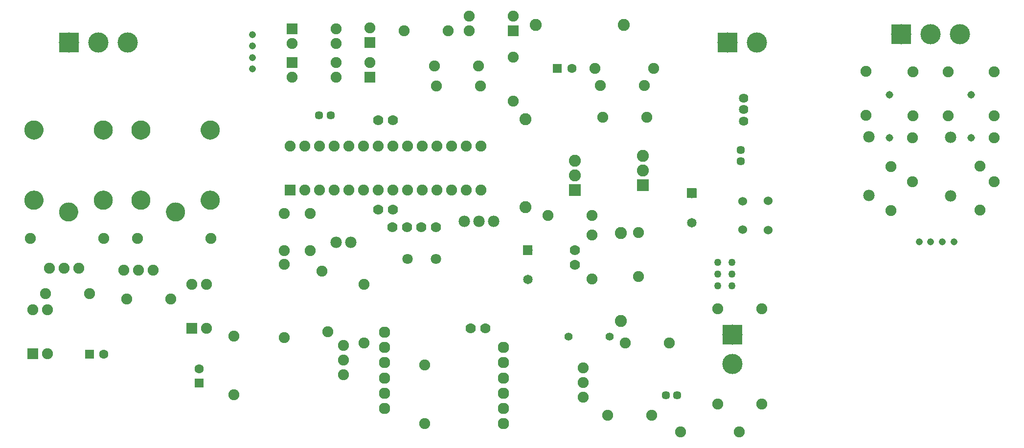
<source format=gtl>
G04 MADE WITH FRITZING*
G04 WWW.FRITZING.ORG*
G04 DOUBLE SIDED*
G04 HOLES PLATED*
G04 CONTOUR ON CENTER OF CONTOUR VECTOR*
%ASAXBY*%
%FSLAX23Y23*%
%MOIN*%
%OFA0B0*%
%SFA1.0B1.0*%
%ADD10C,0.075000*%
%ADD11C,0.077119*%
%ADD12C,0.050000*%
%ADD13C,0.051496*%
%ADD14C,0.078000*%
%ADD15C,0.057000*%
%ADD16C,0.064000*%
%ADD17C,0.047559*%
%ADD18C,0.060000*%
%ADD19C,0.055433*%
%ADD20C,0.082000*%
%ADD21C,0.129921*%
%ADD22C,0.062992*%
%ADD23C,0.065000*%
%ADD24C,0.137795*%
%ADD25C,0.070925*%
%ADD26C,0.070866*%
%ADD27C,0.070000*%
%ADD28R,0.075000X0.075000*%
%ADD29R,0.082000X0.082000*%
%ADD30R,0.062992X0.062992*%
%ADD31R,0.137795X0.137795*%
%ADD32R,0.001000X0.001000*%
%LNCOPPER1*%
G90*
G70*
G54D10*
X2329Y1516D03*
X2368Y1102D03*
X5025Y1260D03*
X5325Y1260D03*
G54D11*
X3564Y474D03*
X3564Y579D03*
X3564Y683D03*
X3564Y787D03*
X3564Y891D03*
X3564Y995D03*
X2754Y579D03*
X2754Y683D03*
X2754Y787D03*
X2754Y891D03*
X2754Y995D03*
X2754Y1100D03*
G54D12*
X5123Y1496D03*
X5025Y1496D03*
X5025Y1417D03*
X5025Y1575D03*
X5123Y1575D03*
X5123Y1417D03*
X5123Y1496D03*
X5025Y1496D03*
X5025Y1417D03*
X5025Y1575D03*
X5123Y1575D03*
X5123Y1417D03*
G54D10*
X2073Y1654D03*
X2073Y1910D03*
X2250Y1654D03*
X2250Y1910D03*
X6037Y2878D03*
X6037Y2578D03*
X6357Y2877D03*
X6357Y2577D03*
X6909Y2877D03*
X6909Y2577D03*
X6352Y2425D03*
X6352Y2125D03*
X6909Y2424D03*
X6909Y2124D03*
X6594Y2877D03*
X6594Y2577D03*
X6207Y1929D03*
X6207Y2229D03*
X6812Y1932D03*
X6812Y2232D03*
G54D13*
X6195Y2425D03*
X6195Y2720D03*
X6195Y2425D03*
X6195Y2720D03*
X6751Y2424D03*
X6751Y2719D03*
X6751Y2424D03*
X6751Y2719D03*
G54D14*
X6057Y2031D03*
X6057Y2431D03*
X6057Y2031D03*
X6057Y2431D03*
X6613Y2030D03*
X6613Y2430D03*
X6613Y2030D03*
X6613Y2430D03*
G54D10*
X2654Y3075D03*
X2654Y3175D03*
X2654Y2838D03*
X2654Y2938D03*
G54D15*
X4671Y669D03*
X4750Y669D03*
X4671Y669D03*
X4750Y669D03*
X2309Y2579D03*
X2388Y2579D03*
X2309Y2579D03*
X2388Y2579D03*
X5183Y2264D03*
X5183Y2343D03*
X5183Y2264D03*
X5183Y2343D03*
G54D16*
X5203Y2539D03*
X5203Y2618D03*
X5203Y2697D03*
X5203Y2539D03*
X5203Y2618D03*
X5203Y2697D03*
G54D17*
X6398Y1715D03*
X6477Y1715D03*
X6556Y1715D03*
X6635Y1715D03*
X6398Y1715D03*
X6477Y1715D03*
X6556Y1715D03*
X6635Y1715D03*
X1856Y2894D03*
X1856Y2972D03*
X1856Y3051D03*
X1856Y3130D03*
X1856Y2894D03*
X1856Y2972D03*
X1856Y3051D03*
X1856Y3130D03*
G54D18*
X5195Y1993D03*
X5195Y1798D03*
X5370Y1797D03*
X5368Y1996D03*
G54D19*
X4008Y1068D03*
X4288Y1068D03*
X4008Y1068D03*
X4288Y1068D03*
G54D20*
X4051Y2069D03*
X4051Y2169D03*
X4051Y2269D03*
X4514Y2103D03*
X4514Y2203D03*
X4514Y2303D03*
G54D21*
X1332Y1919D03*
X1568Y1999D03*
X1568Y2478D03*
X1096Y1999D03*
X1096Y2478D03*
X603Y1919D03*
X840Y1999D03*
X840Y2478D03*
X367Y1999D03*
X367Y2478D03*
G54D10*
X2111Y2068D03*
X2111Y2368D03*
X2211Y2068D03*
X2211Y2368D03*
X2311Y2068D03*
X2311Y2368D03*
X2411Y2068D03*
X2411Y2368D03*
X2511Y2068D03*
X2511Y2368D03*
X2611Y2068D03*
X2611Y2368D03*
X2711Y2068D03*
X2711Y2368D03*
X2811Y2068D03*
X2811Y2368D03*
X2911Y2068D03*
X2911Y2368D03*
X3011Y2068D03*
X3011Y2368D03*
X3111Y2068D03*
X3111Y2368D03*
X3211Y2068D03*
X3211Y2368D03*
X3311Y2068D03*
X3311Y2368D03*
X3411Y2068D03*
X3411Y2368D03*
X3632Y3155D03*
X3332Y3155D03*
X3632Y3255D03*
X3332Y3255D03*
X2127Y3169D03*
X2427Y3169D03*
X2127Y3069D03*
X2427Y3069D03*
X2127Y2940D03*
X2427Y2940D03*
X2127Y2840D03*
X2427Y2840D03*
X1442Y1125D03*
X1442Y1425D03*
X1542Y1125D03*
X1542Y1425D03*
X359Y952D03*
X359Y1252D03*
X459Y952D03*
X459Y1252D03*
X1071Y1738D03*
X1571Y1738D03*
X343Y1738D03*
X843Y1738D03*
X980Y1521D03*
X1080Y1521D03*
X1180Y1521D03*
X472Y1534D03*
X572Y1534D03*
X672Y1534D03*
G54D14*
X2427Y1713D03*
X2527Y1713D03*
X3300Y1856D03*
X3400Y1856D03*
X3500Y1856D03*
G54D10*
X4589Y2899D03*
X4189Y2899D03*
X1729Y673D03*
X1729Y1073D03*
X2073Y1063D03*
X2073Y1563D03*
X4277Y532D03*
X4577Y532D03*
X4773Y419D03*
X5173Y419D03*
X4396Y1024D03*
X4696Y1024D03*
X5025Y610D03*
X5325Y610D03*
X4484Y1778D03*
X4484Y1478D03*
X4169Y1762D03*
X4169Y1462D03*
X3869Y1895D03*
X4169Y1895D03*
X3633Y2975D03*
X3633Y2675D03*
X3409Y2778D03*
X3109Y2778D03*
X3190Y3155D03*
X2890Y3155D03*
X3397Y2916D03*
X3097Y2916D03*
X1300Y1324D03*
X1000Y1324D03*
X744Y1363D03*
X444Y1363D03*
G54D22*
X3933Y2899D03*
X4032Y2899D03*
X1492Y752D03*
X1492Y850D03*
X744Y950D03*
X843Y950D03*
G54D20*
X4366Y1177D03*
X4366Y1777D03*
X3717Y1952D03*
X3717Y2552D03*
X4386Y3194D03*
X3786Y3194D03*
G54D23*
X4848Y1847D03*
X4848Y2047D03*
X4848Y1847D03*
X4848Y2047D03*
X3732Y1459D03*
X3732Y1659D03*
X3732Y1459D03*
X3732Y1659D03*
G54D24*
X5124Y1083D03*
X5124Y883D03*
X607Y3076D03*
X807Y3076D03*
X1007Y3076D03*
X6274Y3133D03*
X6474Y3133D03*
X6674Y3133D03*
X5092Y3076D03*
X5292Y3076D03*
G54D25*
X3106Y1599D03*
G54D26*
X2913Y1599D03*
G54D10*
X4243Y2564D03*
X4543Y2564D03*
X4224Y2781D03*
X4524Y2781D03*
X4110Y655D03*
X4110Y755D03*
X4110Y855D03*
X2477Y808D03*
X2477Y908D03*
X2477Y1008D03*
X3028Y476D03*
X3028Y876D03*
X2614Y1027D03*
X2614Y1427D03*
G54D27*
X3107Y1815D03*
X3007Y1815D03*
X4051Y1559D03*
X4051Y1659D03*
X3441Y1126D03*
X3341Y1126D03*
X2813Y2545D03*
X2713Y2545D03*
X2812Y1934D03*
X2712Y1934D03*
X2910Y1815D03*
X2810Y1815D03*
G54D28*
X2654Y3075D03*
X2654Y2838D03*
G54D29*
X4051Y2069D03*
X4514Y2103D03*
G54D28*
X2111Y2068D03*
X3632Y3155D03*
X2127Y3169D03*
X2127Y2940D03*
X1442Y1125D03*
X359Y952D03*
G54D30*
X3933Y2899D03*
X1492Y752D03*
X744Y950D03*
G54D31*
X5124Y1083D03*
X607Y3076D03*
X6274Y3133D03*
X5092Y3076D03*
G54D32*
X365Y2543D02*
X368Y2543D01*
X838Y2543D02*
X841Y2543D01*
X1094Y2543D02*
X1097Y2543D01*
X1566Y2543D02*
X1569Y2543D01*
X356Y2542D02*
X377Y2542D01*
X829Y2542D02*
X850Y2542D01*
X1084Y2542D02*
X1106Y2542D01*
X1557Y2542D02*
X1578Y2542D01*
X351Y2541D02*
X382Y2541D01*
X824Y2541D02*
X854Y2541D01*
X1080Y2541D02*
X1110Y2541D01*
X1552Y2541D02*
X1583Y2541D01*
X348Y2540D02*
X386Y2540D01*
X820Y2540D02*
X858Y2540D01*
X1076Y2540D02*
X1114Y2540D01*
X1548Y2540D02*
X1587Y2540D01*
X345Y2539D02*
X389Y2539D01*
X817Y2539D02*
X861Y2539D01*
X1073Y2539D02*
X1117Y2539D01*
X1545Y2539D02*
X1589Y2539D01*
X342Y2538D02*
X391Y2538D01*
X814Y2538D02*
X864Y2538D01*
X1070Y2538D02*
X1120Y2538D01*
X1543Y2538D02*
X1592Y2538D01*
X340Y2537D02*
X394Y2537D01*
X812Y2537D02*
X866Y2537D01*
X1068Y2537D02*
X1122Y2537D01*
X1541Y2537D02*
X1594Y2537D01*
X338Y2536D02*
X396Y2536D01*
X810Y2536D02*
X868Y2536D01*
X1066Y2536D02*
X1124Y2536D01*
X1539Y2536D02*
X1596Y2536D01*
X336Y2535D02*
X398Y2535D01*
X808Y2535D02*
X870Y2535D01*
X1064Y2535D02*
X1126Y2535D01*
X1537Y2535D02*
X1598Y2535D01*
X334Y2534D02*
X399Y2534D01*
X807Y2534D02*
X872Y2534D01*
X1063Y2534D02*
X1127Y2534D01*
X1535Y2534D02*
X1600Y2534D01*
X333Y2533D02*
X401Y2533D01*
X805Y2533D02*
X873Y2533D01*
X1061Y2533D02*
X1129Y2533D01*
X1533Y2533D02*
X1601Y2533D01*
X331Y2532D02*
X402Y2532D01*
X803Y2532D02*
X875Y2532D01*
X1059Y2532D02*
X1131Y2532D01*
X1532Y2532D02*
X1603Y2532D01*
X330Y2531D02*
X404Y2531D01*
X802Y2531D02*
X876Y2531D01*
X1058Y2531D02*
X1132Y2531D01*
X1530Y2531D02*
X1604Y2531D01*
X328Y2530D02*
X405Y2530D01*
X801Y2530D02*
X877Y2530D01*
X1057Y2530D02*
X1133Y2530D01*
X1529Y2530D02*
X1606Y2530D01*
X327Y2529D02*
X406Y2529D01*
X799Y2529D02*
X879Y2529D01*
X1055Y2529D02*
X1135Y2529D01*
X1528Y2529D02*
X1607Y2529D01*
X326Y2528D02*
X408Y2528D01*
X798Y2528D02*
X880Y2528D01*
X1054Y2528D02*
X1136Y2528D01*
X1526Y2528D02*
X1608Y2528D01*
X325Y2527D02*
X409Y2527D01*
X797Y2527D02*
X881Y2527D01*
X1053Y2527D02*
X1137Y2527D01*
X1525Y2527D02*
X1610Y2527D01*
X323Y2526D02*
X410Y2526D01*
X796Y2526D02*
X882Y2526D01*
X1052Y2526D02*
X1138Y2526D01*
X1524Y2526D02*
X1611Y2526D01*
X322Y2525D02*
X411Y2525D01*
X795Y2525D02*
X884Y2525D01*
X1051Y2525D02*
X1139Y2525D01*
X1523Y2525D02*
X1612Y2525D01*
X321Y2524D02*
X412Y2524D01*
X794Y2524D02*
X885Y2524D01*
X1050Y2524D02*
X1141Y2524D01*
X1522Y2524D02*
X1613Y2524D01*
X320Y2523D02*
X413Y2523D01*
X793Y2523D02*
X886Y2523D01*
X1049Y2523D02*
X1141Y2523D01*
X1521Y2523D02*
X1614Y2523D01*
X319Y2522D02*
X414Y2522D01*
X792Y2522D02*
X886Y2522D01*
X1048Y2522D02*
X1142Y2522D01*
X1520Y2522D02*
X1615Y2522D01*
X319Y2521D02*
X415Y2521D01*
X791Y2521D02*
X887Y2521D01*
X1047Y2521D02*
X1143Y2521D01*
X1519Y2521D02*
X1616Y2521D01*
X318Y2520D02*
X416Y2520D01*
X790Y2520D02*
X888Y2520D01*
X1046Y2520D02*
X1144Y2520D01*
X1518Y2520D02*
X1616Y2520D01*
X317Y2519D02*
X417Y2519D01*
X789Y2519D02*
X889Y2519D01*
X1045Y2519D02*
X1145Y2519D01*
X1518Y2519D02*
X1617Y2519D01*
X316Y2518D02*
X417Y2518D01*
X788Y2518D02*
X890Y2518D01*
X1044Y2518D02*
X1146Y2518D01*
X1517Y2518D02*
X1618Y2518D01*
X315Y2517D02*
X418Y2517D01*
X788Y2517D02*
X890Y2517D01*
X1044Y2517D02*
X1146Y2517D01*
X1516Y2517D02*
X1619Y2517D01*
X315Y2516D02*
X419Y2516D01*
X787Y2516D02*
X891Y2516D01*
X1043Y2516D02*
X1147Y2516D01*
X1515Y2516D02*
X1620Y2516D01*
X314Y2515D02*
X420Y2515D01*
X786Y2515D02*
X892Y2515D01*
X1042Y2515D02*
X1148Y2515D01*
X1515Y2515D02*
X1620Y2515D01*
X313Y2514D02*
X420Y2514D01*
X786Y2514D02*
X893Y2514D01*
X1041Y2514D02*
X1149Y2514D01*
X1514Y2514D02*
X1621Y2514D01*
X313Y2513D02*
X421Y2513D01*
X785Y2513D02*
X893Y2513D01*
X1041Y2513D02*
X1149Y2513D01*
X1513Y2513D02*
X1622Y2513D01*
X312Y2512D02*
X422Y2512D01*
X784Y2512D02*
X894Y2512D01*
X1040Y2512D02*
X1150Y2512D01*
X1513Y2512D02*
X1622Y2512D01*
X311Y2511D02*
X422Y2511D01*
X784Y2511D02*
X894Y2511D01*
X1040Y2511D02*
X1150Y2511D01*
X1512Y2511D02*
X1623Y2511D01*
X311Y2510D02*
X423Y2510D01*
X783Y2510D02*
X895Y2510D01*
X1039Y2510D02*
X1151Y2510D01*
X1511Y2510D02*
X1623Y2510D01*
X310Y2509D02*
X423Y2509D01*
X783Y2509D02*
X896Y2509D01*
X1038Y2509D02*
X1152Y2509D01*
X1511Y2509D02*
X1624Y2509D01*
X310Y2508D02*
X424Y2508D01*
X782Y2508D02*
X896Y2508D01*
X1038Y2508D02*
X1152Y2508D01*
X1510Y2508D02*
X1625Y2508D01*
X309Y2507D02*
X424Y2507D01*
X782Y2507D02*
X897Y2507D01*
X1037Y2507D02*
X1153Y2507D01*
X1510Y2507D02*
X1625Y2507D01*
X309Y2506D02*
X425Y2506D01*
X781Y2506D02*
X897Y2506D01*
X1037Y2506D02*
X1153Y2506D01*
X1509Y2506D02*
X1625Y2506D01*
X308Y2505D02*
X425Y2505D01*
X781Y2505D02*
X898Y2505D01*
X1036Y2505D02*
X1154Y2505D01*
X1509Y2505D02*
X1626Y2505D01*
X308Y2504D02*
X426Y2504D01*
X780Y2504D02*
X898Y2504D01*
X1036Y2504D02*
X1154Y2504D01*
X1508Y2504D02*
X1626Y2504D01*
X307Y2503D02*
X360Y2503D01*
X374Y2503D02*
X426Y2503D01*
X780Y2503D02*
X832Y2503D01*
X846Y2503D02*
X899Y2503D01*
X1036Y2503D02*
X1088Y2503D01*
X1102Y2503D02*
X1155Y2503D01*
X1508Y2503D02*
X1560Y2503D01*
X1574Y2503D02*
X1627Y2503D01*
X307Y2502D02*
X357Y2502D01*
X377Y2502D02*
X427Y2502D01*
X779Y2502D02*
X829Y2502D01*
X849Y2502D02*
X899Y2502D01*
X1035Y2502D02*
X1085Y2502D01*
X1105Y2502D02*
X1155Y2502D01*
X1508Y2502D02*
X1558Y2502D01*
X1577Y2502D02*
X1627Y2502D01*
X307Y2501D02*
X355Y2501D01*
X379Y2501D02*
X427Y2501D01*
X779Y2501D02*
X827Y2501D01*
X851Y2501D02*
X899Y2501D01*
X1035Y2501D02*
X1083Y2501D01*
X1107Y2501D02*
X1155Y2501D01*
X1507Y2501D02*
X1555Y2501D01*
X1579Y2501D02*
X1628Y2501D01*
X306Y2500D02*
X353Y2500D01*
X381Y2500D02*
X427Y2500D01*
X779Y2500D02*
X825Y2500D01*
X853Y2500D02*
X900Y2500D01*
X1034Y2500D02*
X1081Y2500D01*
X1109Y2500D02*
X1156Y2500D01*
X1507Y2500D02*
X1554Y2500D01*
X1581Y2500D02*
X1628Y2500D01*
X306Y2499D02*
X351Y2499D01*
X382Y2499D02*
X428Y2499D01*
X778Y2499D02*
X824Y2499D01*
X855Y2499D02*
X900Y2499D01*
X1034Y2499D02*
X1080Y2499D01*
X1110Y2499D02*
X1156Y2499D01*
X1506Y2499D02*
X1552Y2499D01*
X1583Y2499D02*
X1628Y2499D01*
X305Y2498D02*
X350Y2498D01*
X383Y2498D02*
X428Y2498D01*
X778Y2498D02*
X823Y2498D01*
X856Y2498D02*
X900Y2498D01*
X1034Y2498D02*
X1078Y2498D01*
X1112Y2498D02*
X1156Y2498D01*
X1506Y2498D02*
X1551Y2498D01*
X1584Y2498D02*
X1629Y2498D01*
X305Y2497D02*
X349Y2497D01*
X384Y2497D02*
X428Y2497D01*
X778Y2497D02*
X821Y2497D01*
X857Y2497D02*
X901Y2497D01*
X1033Y2497D02*
X1077Y2497D01*
X1113Y2497D02*
X1157Y2497D01*
X1506Y2497D02*
X1550Y2497D01*
X1585Y2497D02*
X1629Y2497D01*
X305Y2496D02*
X348Y2496D01*
X386Y2496D02*
X429Y2496D01*
X777Y2496D02*
X820Y2496D01*
X858Y2496D02*
X901Y2496D01*
X1033Y2496D02*
X1076Y2496D01*
X1114Y2496D02*
X1157Y2496D01*
X1506Y2496D02*
X1549Y2496D01*
X1586Y2496D02*
X1629Y2496D01*
X305Y2495D02*
X347Y2495D01*
X386Y2495D02*
X429Y2495D01*
X777Y2495D02*
X819Y2495D01*
X859Y2495D02*
X901Y2495D01*
X1033Y2495D02*
X1075Y2495D01*
X1115Y2495D02*
X1157Y2495D01*
X1505Y2495D02*
X1548Y2495D01*
X1587Y2495D02*
X1629Y2495D01*
X304Y2494D02*
X346Y2494D01*
X387Y2494D02*
X429Y2494D01*
X777Y2494D02*
X819Y2494D01*
X860Y2494D02*
X901Y2494D01*
X1033Y2494D02*
X1074Y2494D01*
X1116Y2494D02*
X1157Y2494D01*
X1505Y2494D02*
X1547Y2494D01*
X1588Y2494D02*
X1630Y2494D01*
X304Y2493D02*
X345Y2493D01*
X388Y2493D02*
X429Y2493D01*
X777Y2493D02*
X818Y2493D01*
X861Y2493D02*
X902Y2493D01*
X1032Y2493D02*
X1074Y2493D01*
X1116Y2493D02*
X1158Y2493D01*
X1505Y2493D02*
X1546Y2493D01*
X1589Y2493D02*
X1630Y2493D01*
X304Y2492D02*
X345Y2492D01*
X389Y2492D02*
X430Y2492D01*
X776Y2492D02*
X817Y2492D01*
X861Y2492D02*
X902Y2492D01*
X1032Y2492D02*
X1073Y2492D01*
X1117Y2492D02*
X1158Y2492D01*
X1505Y2492D02*
X1545Y2492D01*
X1589Y2492D02*
X1630Y2492D01*
X304Y2491D02*
X344Y2491D01*
X389Y2491D02*
X430Y2491D01*
X776Y2491D02*
X817Y2491D01*
X862Y2491D02*
X902Y2491D01*
X1032Y2491D02*
X1072Y2491D01*
X1118Y2491D02*
X1158Y2491D01*
X1504Y2491D02*
X1545Y2491D01*
X1590Y2491D02*
X1630Y2491D01*
X304Y2490D02*
X344Y2490D01*
X390Y2490D02*
X430Y2490D01*
X776Y2490D02*
X816Y2490D01*
X862Y2490D02*
X902Y2490D01*
X1032Y2490D02*
X1072Y2490D01*
X1118Y2490D02*
X1158Y2490D01*
X1504Y2490D02*
X1544Y2490D01*
X1591Y2490D02*
X1631Y2490D01*
X303Y2489D02*
X343Y2489D01*
X390Y2489D02*
X430Y2489D01*
X776Y2489D02*
X815Y2489D01*
X863Y2489D02*
X902Y2489D01*
X1032Y2489D02*
X1071Y2489D01*
X1119Y2489D02*
X1158Y2489D01*
X1504Y2489D02*
X1544Y2489D01*
X1591Y2489D02*
X1631Y2489D01*
X303Y2488D02*
X343Y2488D01*
X391Y2488D02*
X430Y2488D01*
X776Y2488D02*
X815Y2488D01*
X863Y2488D02*
X903Y2488D01*
X1031Y2488D02*
X1071Y2488D01*
X1119Y2488D02*
X1159Y2488D01*
X1504Y2488D02*
X1543Y2488D01*
X1592Y2488D02*
X1631Y2488D01*
X303Y2487D02*
X342Y2487D01*
X391Y2487D02*
X430Y2487D01*
X775Y2487D02*
X815Y2487D01*
X864Y2487D02*
X903Y2487D01*
X1031Y2487D02*
X1070Y2487D01*
X1120Y2487D02*
X1159Y2487D01*
X1504Y2487D02*
X1543Y2487D01*
X1592Y2487D02*
X1631Y2487D01*
X303Y2486D02*
X342Y2486D01*
X392Y2486D02*
X431Y2486D01*
X775Y2486D02*
X814Y2486D01*
X864Y2486D02*
X903Y2486D01*
X1031Y2486D02*
X1070Y2486D01*
X1120Y2486D02*
X1159Y2486D01*
X1504Y2486D02*
X1542Y2486D01*
X1592Y2486D02*
X1631Y2486D01*
X303Y2485D02*
X342Y2485D01*
X392Y2485D02*
X431Y2485D01*
X775Y2485D02*
X814Y2485D01*
X864Y2485D02*
X903Y2485D01*
X1031Y2485D02*
X1070Y2485D01*
X1120Y2485D02*
X1159Y2485D01*
X1503Y2485D02*
X1542Y2485D01*
X1593Y2485D02*
X1631Y2485D01*
X303Y2484D02*
X341Y2484D01*
X392Y2484D02*
X431Y2484D01*
X775Y2484D02*
X814Y2484D01*
X865Y2484D02*
X903Y2484D01*
X1031Y2484D02*
X1070Y2484D01*
X1121Y2484D02*
X1159Y2484D01*
X1503Y2484D02*
X1542Y2484D01*
X1593Y2484D02*
X1632Y2484D01*
X303Y2483D02*
X341Y2483D01*
X392Y2483D02*
X431Y2483D01*
X775Y2483D02*
X813Y2483D01*
X865Y2483D02*
X903Y2483D01*
X1031Y2483D02*
X1069Y2483D01*
X1121Y2483D02*
X1159Y2483D01*
X1503Y2483D02*
X1542Y2483D01*
X1593Y2483D02*
X1632Y2483D01*
X303Y2482D02*
X341Y2482D01*
X393Y2482D02*
X431Y2482D01*
X775Y2482D02*
X813Y2482D01*
X865Y2482D02*
X903Y2482D01*
X1031Y2482D02*
X1069Y2482D01*
X1121Y2482D02*
X1159Y2482D01*
X1503Y2482D02*
X1542Y2482D01*
X1593Y2482D02*
X1632Y2482D01*
X302Y2481D02*
X341Y2481D01*
X393Y2481D02*
X431Y2481D01*
X775Y2481D02*
X813Y2481D01*
X865Y2481D02*
X903Y2481D01*
X1031Y2481D02*
X1069Y2481D01*
X1121Y2481D02*
X1159Y2481D01*
X1503Y2481D02*
X1541Y2481D01*
X1593Y2481D02*
X1632Y2481D01*
X302Y2480D02*
X341Y2480D01*
X393Y2480D02*
X431Y2480D01*
X775Y2480D02*
X813Y2480D01*
X865Y2480D02*
X903Y2480D01*
X1031Y2480D02*
X1069Y2480D01*
X1121Y2480D02*
X1159Y2480D01*
X1503Y2480D02*
X1541Y2480D01*
X1593Y2480D02*
X1632Y2480D01*
X302Y2479D02*
X341Y2479D01*
X393Y2479D02*
X431Y2479D01*
X775Y2479D02*
X813Y2479D01*
X865Y2479D02*
X904Y2479D01*
X1031Y2479D02*
X1069Y2479D01*
X1121Y2479D02*
X1159Y2479D01*
X1503Y2479D02*
X1541Y2479D01*
X1593Y2479D02*
X1632Y2479D01*
X302Y2478D02*
X341Y2478D01*
X393Y2478D02*
X431Y2478D01*
X775Y2478D02*
X813Y2478D01*
X865Y2478D02*
X904Y2478D01*
X1031Y2478D02*
X1069Y2478D01*
X1121Y2478D02*
X1159Y2478D01*
X1503Y2478D02*
X1541Y2478D01*
X1593Y2478D02*
X1632Y2478D01*
X302Y2477D02*
X341Y2477D01*
X393Y2477D02*
X431Y2477D01*
X775Y2477D02*
X813Y2477D01*
X865Y2477D02*
X904Y2477D01*
X1031Y2477D02*
X1069Y2477D01*
X1121Y2477D02*
X1159Y2477D01*
X1503Y2477D02*
X1541Y2477D01*
X1593Y2477D02*
X1632Y2477D01*
X302Y2476D02*
X341Y2476D01*
X393Y2476D02*
X431Y2476D01*
X775Y2476D02*
X813Y2476D01*
X865Y2476D02*
X903Y2476D01*
X1031Y2476D02*
X1069Y2476D01*
X1121Y2476D02*
X1159Y2476D01*
X1503Y2476D02*
X1541Y2476D01*
X1593Y2476D02*
X1632Y2476D01*
X302Y2475D02*
X341Y2475D01*
X393Y2475D02*
X431Y2475D01*
X775Y2475D02*
X813Y2475D01*
X865Y2475D02*
X903Y2475D01*
X1031Y2475D02*
X1069Y2475D01*
X1121Y2475D02*
X1159Y2475D01*
X1503Y2475D02*
X1541Y2475D01*
X1593Y2475D02*
X1632Y2475D01*
X303Y2474D02*
X341Y2474D01*
X393Y2474D02*
X431Y2474D01*
X775Y2474D02*
X813Y2474D01*
X865Y2474D02*
X903Y2474D01*
X1031Y2474D02*
X1069Y2474D01*
X1121Y2474D02*
X1159Y2474D01*
X1503Y2474D02*
X1542Y2474D01*
X1593Y2474D02*
X1632Y2474D01*
X303Y2473D02*
X341Y2473D01*
X392Y2473D02*
X431Y2473D01*
X775Y2473D02*
X813Y2473D01*
X865Y2473D02*
X903Y2473D01*
X1031Y2473D02*
X1069Y2473D01*
X1121Y2473D02*
X1159Y2473D01*
X1503Y2473D02*
X1542Y2473D01*
X1593Y2473D02*
X1632Y2473D01*
X303Y2472D02*
X341Y2472D01*
X392Y2472D02*
X431Y2472D01*
X775Y2472D02*
X814Y2472D01*
X865Y2472D02*
X903Y2472D01*
X1031Y2472D02*
X1070Y2472D01*
X1120Y2472D02*
X1159Y2472D01*
X1503Y2472D02*
X1542Y2472D01*
X1593Y2472D02*
X1631Y2472D01*
X303Y2471D02*
X342Y2471D01*
X392Y2471D02*
X431Y2471D01*
X775Y2471D02*
X814Y2471D01*
X864Y2471D02*
X903Y2471D01*
X1031Y2471D02*
X1070Y2471D01*
X1120Y2471D02*
X1159Y2471D01*
X1503Y2471D02*
X1542Y2471D01*
X1593Y2471D02*
X1631Y2471D01*
X303Y2470D02*
X342Y2470D01*
X392Y2470D02*
X431Y2470D01*
X775Y2470D02*
X814Y2470D01*
X864Y2470D02*
X903Y2470D01*
X1031Y2470D02*
X1070Y2470D01*
X1120Y2470D02*
X1159Y2470D01*
X1504Y2470D02*
X1543Y2470D01*
X1592Y2470D02*
X1631Y2470D01*
X303Y2469D02*
X342Y2469D01*
X391Y2469D02*
X430Y2469D01*
X775Y2469D02*
X815Y2469D01*
X864Y2469D02*
X903Y2469D01*
X1031Y2469D02*
X1071Y2469D01*
X1119Y2469D02*
X1159Y2469D01*
X1504Y2469D02*
X1543Y2469D01*
X1592Y2469D02*
X1631Y2469D01*
X303Y2468D02*
X343Y2468D01*
X391Y2468D02*
X430Y2468D01*
X776Y2468D02*
X815Y2468D01*
X863Y2468D02*
X903Y2468D01*
X1032Y2468D02*
X1071Y2468D01*
X1119Y2468D02*
X1159Y2468D01*
X1504Y2468D02*
X1543Y2468D01*
X1591Y2468D02*
X1631Y2468D01*
X303Y2467D02*
X343Y2467D01*
X390Y2467D02*
X430Y2467D01*
X776Y2467D02*
X816Y2467D01*
X863Y2467D02*
X902Y2467D01*
X1032Y2467D02*
X1072Y2467D01*
X1118Y2467D02*
X1158Y2467D01*
X1504Y2467D02*
X1544Y2467D01*
X1591Y2467D02*
X1631Y2467D01*
X304Y2466D02*
X344Y2466D01*
X390Y2466D02*
X430Y2466D01*
X776Y2466D02*
X816Y2466D01*
X862Y2466D02*
X902Y2466D01*
X1032Y2466D02*
X1072Y2466D01*
X1118Y2466D02*
X1158Y2466D01*
X1504Y2466D02*
X1544Y2466D01*
X1590Y2466D02*
X1631Y2466D01*
X304Y2465D02*
X344Y2465D01*
X389Y2465D02*
X430Y2465D01*
X776Y2465D02*
X817Y2465D01*
X862Y2465D02*
X902Y2465D01*
X1032Y2465D02*
X1073Y2465D01*
X1117Y2465D02*
X1158Y2465D01*
X1504Y2465D02*
X1545Y2465D01*
X1590Y2465D02*
X1630Y2465D01*
X304Y2464D02*
X345Y2464D01*
X389Y2464D02*
X429Y2464D01*
X776Y2464D02*
X817Y2464D01*
X861Y2464D02*
X902Y2464D01*
X1032Y2464D02*
X1073Y2464D01*
X1117Y2464D02*
X1158Y2464D01*
X1505Y2464D02*
X1546Y2464D01*
X1589Y2464D02*
X1630Y2464D01*
X304Y2463D02*
X346Y2463D01*
X388Y2463D02*
X429Y2463D01*
X777Y2463D02*
X818Y2463D01*
X860Y2463D02*
X902Y2463D01*
X1033Y2463D02*
X1074Y2463D01*
X1116Y2463D02*
X1158Y2463D01*
X1505Y2463D02*
X1546Y2463D01*
X1589Y2463D02*
X1630Y2463D01*
X304Y2462D02*
X346Y2462D01*
X387Y2462D02*
X429Y2462D01*
X777Y2462D02*
X819Y2462D01*
X859Y2462D02*
X901Y2462D01*
X1033Y2462D02*
X1075Y2462D01*
X1115Y2462D02*
X1157Y2462D01*
X1505Y2462D02*
X1547Y2462D01*
X1588Y2462D02*
X1630Y2462D01*
X305Y2461D02*
X347Y2461D01*
X386Y2461D02*
X429Y2461D01*
X777Y2461D02*
X820Y2461D01*
X859Y2461D02*
X901Y2461D01*
X1033Y2461D02*
X1076Y2461D01*
X1114Y2461D02*
X1157Y2461D01*
X1505Y2461D02*
X1548Y2461D01*
X1587Y2461D02*
X1629Y2461D01*
X305Y2460D02*
X348Y2460D01*
X385Y2460D02*
X428Y2460D01*
X777Y2460D02*
X821Y2460D01*
X858Y2460D02*
X901Y2460D01*
X1033Y2460D02*
X1077Y2460D01*
X1114Y2460D02*
X1157Y2460D01*
X1506Y2460D02*
X1549Y2460D01*
X1586Y2460D02*
X1629Y2460D01*
X305Y2459D02*
X349Y2459D01*
X384Y2459D02*
X428Y2459D01*
X778Y2459D02*
X822Y2459D01*
X856Y2459D02*
X901Y2459D01*
X1034Y2459D02*
X1078Y2459D01*
X1112Y2459D02*
X1157Y2459D01*
X1506Y2459D02*
X1550Y2459D01*
X1585Y2459D02*
X1629Y2459D01*
X306Y2458D02*
X351Y2458D01*
X383Y2458D02*
X428Y2458D01*
X778Y2458D02*
X823Y2458D01*
X855Y2458D02*
X900Y2458D01*
X1034Y2458D02*
X1079Y2458D01*
X1111Y2458D02*
X1156Y2458D01*
X1506Y2458D02*
X1551Y2458D01*
X1584Y2458D02*
X1629Y2458D01*
X306Y2457D02*
X352Y2457D01*
X382Y2457D02*
X428Y2457D01*
X778Y2457D02*
X824Y2457D01*
X854Y2457D02*
X900Y2457D01*
X1034Y2457D02*
X1080Y2457D01*
X1110Y2457D02*
X1156Y2457D01*
X1507Y2457D02*
X1552Y2457D01*
X1582Y2457D02*
X1628Y2457D01*
X306Y2456D02*
X354Y2456D01*
X380Y2456D02*
X427Y2456D01*
X779Y2456D02*
X826Y2456D01*
X852Y2456D02*
X900Y2456D01*
X1035Y2456D02*
X1082Y2456D01*
X1108Y2456D02*
X1155Y2456D01*
X1507Y2456D02*
X1554Y2456D01*
X1581Y2456D02*
X1628Y2456D01*
X307Y2455D02*
X355Y2455D01*
X378Y2455D02*
X427Y2455D01*
X779Y2455D02*
X828Y2455D01*
X850Y2455D02*
X899Y2455D01*
X1035Y2455D02*
X1084Y2455D01*
X1106Y2455D02*
X1155Y2455D01*
X1507Y2455D02*
X1556Y2455D01*
X1579Y2455D02*
X1628Y2455D01*
X307Y2454D02*
X358Y2454D01*
X376Y2454D02*
X426Y2454D01*
X779Y2454D02*
X830Y2454D01*
X848Y2454D02*
X899Y2454D01*
X1035Y2454D02*
X1086Y2454D01*
X1104Y2454D02*
X1155Y2454D01*
X1508Y2454D02*
X1558Y2454D01*
X1576Y2454D02*
X1627Y2454D01*
X307Y2453D02*
X361Y2453D01*
X372Y2453D02*
X426Y2453D01*
X780Y2453D02*
X833Y2453D01*
X845Y2453D02*
X898Y2453D01*
X1036Y2453D02*
X1089Y2453D01*
X1101Y2453D02*
X1154Y2453D01*
X1508Y2453D02*
X1562Y2453D01*
X1573Y2453D02*
X1627Y2453D01*
X308Y2452D02*
X426Y2452D01*
X780Y2452D02*
X898Y2452D01*
X1036Y2452D02*
X1154Y2452D01*
X1508Y2452D02*
X1626Y2452D01*
X308Y2451D02*
X425Y2451D01*
X781Y2451D02*
X898Y2451D01*
X1037Y2451D02*
X1153Y2451D01*
X1509Y2451D02*
X1626Y2451D01*
X309Y2450D02*
X425Y2450D01*
X781Y2450D02*
X897Y2450D01*
X1037Y2450D02*
X1153Y2450D01*
X1509Y2450D02*
X1625Y2450D01*
X309Y2449D02*
X424Y2449D01*
X782Y2449D02*
X897Y2449D01*
X1038Y2449D02*
X1152Y2449D01*
X1510Y2449D02*
X1625Y2449D01*
X310Y2448D02*
X424Y2448D01*
X782Y2448D02*
X896Y2448D01*
X1038Y2448D02*
X1152Y2448D01*
X1510Y2448D02*
X1624Y2448D01*
X310Y2447D02*
X423Y2447D01*
X783Y2447D02*
X896Y2447D01*
X1039Y2447D02*
X1151Y2447D01*
X1511Y2447D02*
X1624Y2447D01*
X311Y2446D02*
X423Y2446D01*
X783Y2446D02*
X895Y2446D01*
X1039Y2446D02*
X1151Y2446D01*
X1512Y2446D02*
X1623Y2446D01*
X312Y2445D02*
X422Y2445D01*
X784Y2445D02*
X894Y2445D01*
X1040Y2445D02*
X1150Y2445D01*
X1512Y2445D02*
X1623Y2445D01*
X312Y2444D02*
X421Y2444D01*
X785Y2444D02*
X894Y2444D01*
X1040Y2444D02*
X1150Y2444D01*
X1513Y2444D02*
X1622Y2444D01*
X313Y2443D02*
X421Y2443D01*
X785Y2443D02*
X893Y2443D01*
X1041Y2443D02*
X1149Y2443D01*
X1513Y2443D02*
X1621Y2443D01*
X313Y2442D02*
X420Y2442D01*
X786Y2442D02*
X892Y2442D01*
X1042Y2442D02*
X1148Y2442D01*
X1514Y2442D02*
X1621Y2442D01*
X314Y2441D02*
X419Y2441D01*
X786Y2441D02*
X892Y2441D01*
X1042Y2441D02*
X1148Y2441D01*
X1515Y2441D02*
X1620Y2441D01*
X315Y2440D02*
X419Y2440D01*
X787Y2440D02*
X891Y2440D01*
X1043Y2440D02*
X1147Y2440D01*
X1516Y2440D02*
X1619Y2440D01*
X316Y2439D02*
X418Y2439D01*
X788Y2439D02*
X890Y2439D01*
X1044Y2439D02*
X1146Y2439D01*
X1516Y2439D02*
X1619Y2439D01*
X316Y2438D02*
X417Y2438D01*
X789Y2438D02*
X890Y2438D01*
X1045Y2438D02*
X1145Y2438D01*
X1517Y2438D02*
X1618Y2438D01*
X317Y2437D02*
X416Y2437D01*
X789Y2437D02*
X889Y2437D01*
X1045Y2437D02*
X1145Y2437D01*
X1518Y2437D02*
X1617Y2437D01*
X318Y2436D02*
X416Y2436D01*
X790Y2436D02*
X888Y2436D01*
X1046Y2436D02*
X1144Y2436D01*
X1519Y2436D02*
X1616Y2436D01*
X319Y2435D02*
X415Y2435D01*
X791Y2435D02*
X887Y2435D01*
X1047Y2435D02*
X1143Y2435D01*
X1519Y2435D02*
X1615Y2435D01*
X320Y2434D02*
X414Y2434D01*
X792Y2434D02*
X886Y2434D01*
X1048Y2434D02*
X1142Y2434D01*
X1520Y2434D02*
X1614Y2434D01*
X321Y2433D02*
X413Y2433D01*
X793Y2433D02*
X885Y2433D01*
X1049Y2433D02*
X1141Y2433D01*
X1521Y2433D02*
X1614Y2433D01*
X322Y2432D02*
X412Y2432D01*
X794Y2432D02*
X884Y2432D01*
X1050Y2432D02*
X1140Y2432D01*
X1522Y2432D02*
X1613Y2432D01*
X323Y2431D02*
X411Y2431D01*
X795Y2431D02*
X883Y2431D01*
X1051Y2431D02*
X1139Y2431D01*
X1523Y2431D02*
X1611Y2431D01*
X324Y2430D02*
X410Y2430D01*
X796Y2430D02*
X882Y2430D01*
X1052Y2430D02*
X1138Y2430D01*
X1524Y2430D02*
X1610Y2430D01*
X325Y2429D02*
X409Y2429D01*
X797Y2429D02*
X881Y2429D01*
X1053Y2429D02*
X1137Y2429D01*
X1526Y2429D02*
X1609Y2429D01*
X326Y2428D02*
X407Y2428D01*
X798Y2428D02*
X880Y2428D01*
X1054Y2428D02*
X1136Y2428D01*
X1527Y2428D02*
X1608Y2428D01*
X327Y2427D02*
X406Y2427D01*
X800Y2427D02*
X878Y2427D01*
X1056Y2427D02*
X1134Y2427D01*
X1528Y2427D02*
X1607Y2427D01*
X329Y2426D02*
X405Y2426D01*
X801Y2426D02*
X877Y2426D01*
X1057Y2426D02*
X1133Y2426D01*
X1529Y2426D02*
X1605Y2426D01*
X330Y2425D02*
X403Y2425D01*
X803Y2425D02*
X876Y2425D01*
X1058Y2425D02*
X1132Y2425D01*
X1531Y2425D02*
X1604Y2425D01*
X332Y2424D02*
X402Y2424D01*
X804Y2424D02*
X874Y2424D01*
X1060Y2424D02*
X1130Y2424D01*
X1532Y2424D02*
X1603Y2424D01*
X333Y2423D02*
X400Y2423D01*
X806Y2423D02*
X873Y2423D01*
X1062Y2423D02*
X1129Y2423D01*
X1534Y2423D02*
X1601Y2423D01*
X335Y2422D02*
X399Y2422D01*
X807Y2422D02*
X871Y2422D01*
X1063Y2422D02*
X1127Y2422D01*
X1536Y2422D02*
X1599Y2422D01*
X337Y2421D02*
X397Y2421D01*
X809Y2421D02*
X869Y2421D01*
X1065Y2421D02*
X1125Y2421D01*
X1537Y2421D02*
X1598Y2421D01*
X339Y2420D02*
X395Y2420D01*
X811Y2420D02*
X867Y2420D01*
X1067Y2420D02*
X1123Y2420D01*
X1539Y2420D02*
X1596Y2420D01*
X341Y2419D02*
X393Y2419D01*
X813Y2419D02*
X865Y2419D01*
X1069Y2419D02*
X1121Y2419D01*
X1541Y2419D02*
X1594Y2419D01*
X343Y2418D02*
X391Y2418D01*
X815Y2418D02*
X863Y2418D01*
X1071Y2418D02*
X1119Y2418D01*
X1544Y2418D02*
X1591Y2418D01*
X346Y2417D02*
X388Y2417D01*
X818Y2417D02*
X860Y2417D01*
X1074Y2417D02*
X1116Y2417D01*
X1546Y2417D02*
X1588Y2417D01*
X349Y2416D02*
X385Y2416D01*
X821Y2416D02*
X857Y2416D01*
X1077Y2416D02*
X1113Y2416D01*
X1549Y2416D02*
X1585Y2416D01*
X353Y2415D02*
X381Y2415D01*
X825Y2415D02*
X853Y2415D01*
X1081Y2415D02*
X1109Y2415D01*
X1553Y2415D02*
X1581Y2415D01*
X358Y2414D02*
X375Y2414D01*
X831Y2414D02*
X848Y2414D01*
X1086Y2414D02*
X1104Y2414D01*
X1559Y2414D02*
X1576Y2414D01*
X4816Y2080D02*
X4879Y2080D01*
X4816Y2079D02*
X4880Y2079D01*
X4816Y2078D02*
X4880Y2078D01*
X4816Y2077D02*
X4880Y2077D01*
X4816Y2076D02*
X4880Y2076D01*
X4816Y2075D02*
X4880Y2075D01*
X4816Y2074D02*
X4880Y2074D01*
X4816Y2073D02*
X4880Y2073D01*
X4816Y2072D02*
X4880Y2072D01*
X4816Y2071D02*
X4880Y2071D01*
X4816Y2070D02*
X4880Y2070D01*
X4816Y2069D02*
X4880Y2069D01*
X4816Y2068D02*
X4880Y2068D01*
X4816Y2067D02*
X4880Y2067D01*
X4816Y2066D02*
X4880Y2066D01*
X4816Y2065D02*
X4880Y2065D01*
X358Y2064D02*
X375Y2064D01*
X831Y2064D02*
X848Y2064D01*
X1086Y2064D02*
X1104Y2064D01*
X1559Y2064D02*
X1576Y2064D01*
X4816Y2064D02*
X4880Y2064D01*
X353Y2063D02*
X381Y2063D01*
X825Y2063D02*
X853Y2063D01*
X1081Y2063D02*
X1109Y2063D01*
X1553Y2063D02*
X1581Y2063D01*
X4816Y2063D02*
X4880Y2063D01*
X349Y2062D02*
X385Y2062D01*
X821Y2062D02*
X857Y2062D01*
X1077Y2062D02*
X1113Y2062D01*
X1549Y2062D02*
X1585Y2062D01*
X4816Y2062D02*
X4880Y2062D01*
X346Y2061D02*
X388Y2061D01*
X818Y2061D02*
X860Y2061D01*
X1074Y2061D02*
X1116Y2061D01*
X1546Y2061D02*
X1588Y2061D01*
X4816Y2061D02*
X4844Y2061D01*
X4851Y2061D02*
X4880Y2061D01*
X343Y2060D02*
X391Y2060D01*
X815Y2060D02*
X863Y2060D01*
X1071Y2060D02*
X1119Y2060D01*
X1544Y2060D02*
X1591Y2060D01*
X4816Y2060D02*
X4841Y2060D01*
X4854Y2060D02*
X4880Y2060D01*
X341Y2059D02*
X393Y2059D01*
X813Y2059D02*
X865Y2059D01*
X1069Y2059D02*
X1121Y2059D01*
X1541Y2059D02*
X1594Y2059D01*
X4816Y2059D02*
X4839Y2059D01*
X4856Y2059D02*
X4880Y2059D01*
X339Y2058D02*
X395Y2058D01*
X811Y2058D02*
X867Y2058D01*
X1067Y2058D02*
X1123Y2058D01*
X1539Y2058D02*
X1596Y2058D01*
X4816Y2058D02*
X4838Y2058D01*
X4857Y2058D02*
X4880Y2058D01*
X337Y2057D02*
X397Y2057D01*
X809Y2057D02*
X869Y2057D01*
X1065Y2057D02*
X1125Y2057D01*
X1537Y2057D02*
X1598Y2057D01*
X4816Y2057D02*
X4837Y2057D01*
X4858Y2057D02*
X4880Y2057D01*
X335Y2056D02*
X399Y2056D01*
X807Y2056D02*
X871Y2056D01*
X1063Y2056D02*
X1127Y2056D01*
X1536Y2056D02*
X1599Y2056D01*
X4816Y2056D02*
X4836Y2056D01*
X4859Y2056D02*
X4880Y2056D01*
X333Y2055D02*
X400Y2055D01*
X806Y2055D02*
X873Y2055D01*
X1062Y2055D02*
X1129Y2055D01*
X1534Y2055D02*
X1601Y2055D01*
X4816Y2055D02*
X4835Y2055D01*
X4860Y2055D02*
X4880Y2055D01*
X332Y2054D02*
X402Y2054D01*
X804Y2054D02*
X874Y2054D01*
X1060Y2054D02*
X1130Y2054D01*
X1532Y2054D02*
X1603Y2054D01*
X4816Y2054D02*
X4835Y2054D01*
X4860Y2054D02*
X4880Y2054D01*
X330Y2053D02*
X403Y2053D01*
X803Y2053D02*
X876Y2053D01*
X1058Y2053D02*
X1132Y2053D01*
X1531Y2053D02*
X1604Y2053D01*
X4816Y2053D02*
X4834Y2053D01*
X4861Y2053D02*
X4880Y2053D01*
X329Y2052D02*
X405Y2052D01*
X801Y2052D02*
X877Y2052D01*
X1057Y2052D02*
X1133Y2052D01*
X1529Y2052D02*
X1605Y2052D01*
X4816Y2052D02*
X4834Y2052D01*
X4861Y2052D02*
X4880Y2052D01*
X327Y2051D02*
X406Y2051D01*
X800Y2051D02*
X878Y2051D01*
X1056Y2051D02*
X1134Y2051D01*
X1528Y2051D02*
X1607Y2051D01*
X4816Y2051D02*
X4834Y2051D01*
X4861Y2051D02*
X4880Y2051D01*
X326Y2050D02*
X407Y2050D01*
X798Y2050D02*
X880Y2050D01*
X1054Y2050D02*
X1136Y2050D01*
X1527Y2050D02*
X1608Y2050D01*
X4816Y2050D02*
X4833Y2050D01*
X4862Y2050D02*
X4880Y2050D01*
X325Y2049D02*
X409Y2049D01*
X797Y2049D02*
X881Y2049D01*
X1053Y2049D02*
X1137Y2049D01*
X1526Y2049D02*
X1609Y2049D01*
X4816Y2049D02*
X4833Y2049D01*
X4862Y2049D02*
X4880Y2049D01*
X324Y2048D02*
X410Y2048D01*
X796Y2048D02*
X882Y2048D01*
X1052Y2048D02*
X1138Y2048D01*
X1524Y2048D02*
X1610Y2048D01*
X4816Y2048D02*
X4833Y2048D01*
X4862Y2048D02*
X4880Y2048D01*
X323Y2047D02*
X411Y2047D01*
X795Y2047D02*
X883Y2047D01*
X1051Y2047D02*
X1139Y2047D01*
X1523Y2047D02*
X1611Y2047D01*
X4816Y2047D02*
X4833Y2047D01*
X4862Y2047D02*
X4880Y2047D01*
X322Y2046D02*
X412Y2046D01*
X794Y2046D02*
X884Y2046D01*
X1050Y2046D02*
X1140Y2046D01*
X1522Y2046D02*
X1613Y2046D01*
X4816Y2046D02*
X4833Y2046D01*
X4862Y2046D02*
X4880Y2046D01*
X321Y2045D02*
X413Y2045D01*
X793Y2045D02*
X885Y2045D01*
X1049Y2045D02*
X1141Y2045D01*
X1521Y2045D02*
X1614Y2045D01*
X4816Y2045D02*
X4834Y2045D01*
X4861Y2045D02*
X4880Y2045D01*
X320Y2044D02*
X414Y2044D01*
X792Y2044D02*
X886Y2044D01*
X1048Y2044D02*
X1142Y2044D01*
X1520Y2044D02*
X1614Y2044D01*
X4816Y2044D02*
X4834Y2044D01*
X4861Y2044D02*
X4880Y2044D01*
X319Y2043D02*
X415Y2043D01*
X791Y2043D02*
X887Y2043D01*
X1047Y2043D02*
X1143Y2043D01*
X1519Y2043D02*
X1615Y2043D01*
X4816Y2043D02*
X4834Y2043D01*
X4861Y2043D02*
X4880Y2043D01*
X318Y2042D02*
X416Y2042D01*
X790Y2042D02*
X888Y2042D01*
X1046Y2042D02*
X1144Y2042D01*
X1519Y2042D02*
X1616Y2042D01*
X4816Y2042D02*
X4835Y2042D01*
X4861Y2042D02*
X4880Y2042D01*
X317Y2041D02*
X416Y2041D01*
X789Y2041D02*
X889Y2041D01*
X1045Y2041D02*
X1145Y2041D01*
X1518Y2041D02*
X1617Y2041D01*
X4816Y2041D02*
X4835Y2041D01*
X4860Y2041D02*
X4880Y2041D01*
X316Y2040D02*
X417Y2040D01*
X789Y2040D02*
X890Y2040D01*
X1045Y2040D02*
X1145Y2040D01*
X1517Y2040D02*
X1618Y2040D01*
X4816Y2040D02*
X4836Y2040D01*
X4859Y2040D02*
X4880Y2040D01*
X316Y2039D02*
X418Y2039D01*
X788Y2039D02*
X890Y2039D01*
X1044Y2039D02*
X1146Y2039D01*
X1516Y2039D02*
X1619Y2039D01*
X4816Y2039D02*
X4836Y2039D01*
X4859Y2039D02*
X4880Y2039D01*
X315Y2038D02*
X419Y2038D01*
X787Y2038D02*
X891Y2038D01*
X1043Y2038D02*
X1147Y2038D01*
X1516Y2038D02*
X1619Y2038D01*
X4816Y2038D02*
X4837Y2038D01*
X4858Y2038D02*
X4880Y2038D01*
X314Y2037D02*
X419Y2037D01*
X787Y2037D02*
X892Y2037D01*
X1042Y2037D02*
X1148Y2037D01*
X1515Y2037D02*
X1620Y2037D01*
X4816Y2037D02*
X4838Y2037D01*
X4857Y2037D02*
X4880Y2037D01*
X313Y2036D02*
X420Y2036D01*
X786Y2036D02*
X892Y2036D01*
X1042Y2036D02*
X1148Y2036D01*
X1514Y2036D02*
X1621Y2036D01*
X4816Y2036D02*
X4840Y2036D01*
X4855Y2036D02*
X4880Y2036D01*
X313Y2035D02*
X421Y2035D01*
X785Y2035D02*
X893Y2035D01*
X1041Y2035D02*
X1149Y2035D01*
X1513Y2035D02*
X1621Y2035D01*
X4816Y2035D02*
X4842Y2035D01*
X4853Y2035D02*
X4880Y2035D01*
X312Y2034D02*
X421Y2034D01*
X785Y2034D02*
X894Y2034D01*
X1040Y2034D02*
X1150Y2034D01*
X1513Y2034D02*
X1622Y2034D01*
X4816Y2034D02*
X4846Y2034D01*
X4849Y2034D02*
X4880Y2034D01*
X312Y2033D02*
X422Y2033D01*
X784Y2033D02*
X894Y2033D01*
X1040Y2033D02*
X1150Y2033D01*
X1512Y2033D02*
X1623Y2033D01*
X4816Y2033D02*
X4880Y2033D01*
X311Y2032D02*
X423Y2032D01*
X783Y2032D02*
X895Y2032D01*
X1039Y2032D02*
X1151Y2032D01*
X1512Y2032D02*
X1623Y2032D01*
X4816Y2032D02*
X4880Y2032D01*
X310Y2031D02*
X423Y2031D01*
X783Y2031D02*
X896Y2031D01*
X1039Y2031D02*
X1151Y2031D01*
X1511Y2031D02*
X1624Y2031D01*
X4816Y2031D02*
X4880Y2031D01*
X310Y2030D02*
X424Y2030D01*
X782Y2030D02*
X896Y2030D01*
X1038Y2030D02*
X1152Y2030D01*
X1510Y2030D02*
X1624Y2030D01*
X4816Y2030D02*
X4880Y2030D01*
X309Y2029D02*
X424Y2029D01*
X782Y2029D02*
X897Y2029D01*
X1038Y2029D02*
X1152Y2029D01*
X1510Y2029D02*
X1625Y2029D01*
X4816Y2029D02*
X4880Y2029D01*
X309Y2028D02*
X425Y2028D01*
X781Y2028D02*
X897Y2028D01*
X1037Y2028D02*
X1153Y2028D01*
X1509Y2028D02*
X1625Y2028D01*
X4816Y2028D02*
X4880Y2028D01*
X308Y2027D02*
X425Y2027D01*
X781Y2027D02*
X898Y2027D01*
X1037Y2027D02*
X1153Y2027D01*
X1509Y2027D02*
X1626Y2027D01*
X4816Y2027D02*
X4880Y2027D01*
X308Y2026D02*
X426Y2026D01*
X780Y2026D02*
X898Y2026D01*
X1036Y2026D02*
X1154Y2026D01*
X1509Y2026D02*
X1626Y2026D01*
X4816Y2026D02*
X4880Y2026D01*
X307Y2025D02*
X361Y2025D01*
X372Y2025D02*
X426Y2025D01*
X780Y2025D02*
X833Y2025D01*
X845Y2025D02*
X898Y2025D01*
X1036Y2025D02*
X1089Y2025D01*
X1101Y2025D02*
X1154Y2025D01*
X1508Y2025D02*
X1562Y2025D01*
X1573Y2025D02*
X1627Y2025D01*
X4816Y2025D02*
X4880Y2025D01*
X307Y2024D02*
X358Y2024D01*
X376Y2024D02*
X426Y2024D01*
X779Y2024D02*
X830Y2024D01*
X848Y2024D02*
X899Y2024D01*
X1035Y2024D02*
X1086Y2024D01*
X1104Y2024D02*
X1155Y2024D01*
X1508Y2024D02*
X1558Y2024D01*
X1576Y2024D02*
X1627Y2024D01*
X4816Y2024D02*
X4880Y2024D01*
X307Y2023D02*
X355Y2023D01*
X378Y2023D02*
X427Y2023D01*
X779Y2023D02*
X828Y2023D01*
X850Y2023D02*
X899Y2023D01*
X1035Y2023D02*
X1084Y2023D01*
X1106Y2023D02*
X1155Y2023D01*
X1507Y2023D02*
X1556Y2023D01*
X1579Y2023D02*
X1628Y2023D01*
X4816Y2023D02*
X4880Y2023D01*
X306Y2022D02*
X354Y2022D01*
X380Y2022D02*
X427Y2022D01*
X779Y2022D02*
X826Y2022D01*
X852Y2022D02*
X900Y2022D01*
X1035Y2022D02*
X1082Y2022D01*
X1108Y2022D02*
X1155Y2022D01*
X1507Y2022D02*
X1554Y2022D01*
X1581Y2022D02*
X1628Y2022D01*
X4816Y2022D02*
X4880Y2022D01*
X306Y2021D02*
X352Y2021D01*
X382Y2021D02*
X428Y2021D01*
X778Y2021D02*
X824Y2021D01*
X854Y2021D02*
X900Y2021D01*
X1034Y2021D02*
X1080Y2021D01*
X1110Y2021D02*
X1156Y2021D01*
X1507Y2021D02*
X1552Y2021D01*
X1582Y2021D02*
X1628Y2021D01*
X4816Y2021D02*
X4880Y2021D01*
X306Y2020D02*
X351Y2020D01*
X383Y2020D02*
X428Y2020D01*
X778Y2020D02*
X823Y2020D01*
X855Y2020D02*
X900Y2020D01*
X1034Y2020D02*
X1079Y2020D01*
X1111Y2020D02*
X1156Y2020D01*
X1506Y2020D02*
X1551Y2020D01*
X1584Y2020D02*
X1629Y2020D01*
X4816Y2020D02*
X4880Y2020D01*
X305Y2019D02*
X349Y2019D01*
X384Y2019D02*
X428Y2019D01*
X778Y2019D02*
X822Y2019D01*
X856Y2019D02*
X901Y2019D01*
X1034Y2019D02*
X1078Y2019D01*
X1112Y2019D02*
X1157Y2019D01*
X1506Y2019D02*
X1550Y2019D01*
X1585Y2019D02*
X1629Y2019D01*
X4816Y2019D02*
X4880Y2019D01*
X305Y2018D02*
X348Y2018D01*
X385Y2018D02*
X428Y2018D01*
X777Y2018D02*
X821Y2018D01*
X858Y2018D02*
X901Y2018D01*
X1033Y2018D02*
X1077Y2018D01*
X1114Y2018D02*
X1157Y2018D01*
X1506Y2018D02*
X1549Y2018D01*
X1586Y2018D02*
X1629Y2018D01*
X4816Y2018D02*
X4880Y2018D01*
X305Y2017D02*
X347Y2017D01*
X386Y2017D02*
X429Y2017D01*
X777Y2017D02*
X820Y2017D01*
X859Y2017D02*
X901Y2017D01*
X1033Y2017D02*
X1076Y2017D01*
X1114Y2017D02*
X1157Y2017D01*
X1505Y2017D02*
X1548Y2017D01*
X1587Y2017D02*
X1629Y2017D01*
X4816Y2017D02*
X4880Y2017D01*
X304Y2016D02*
X346Y2016D01*
X387Y2016D02*
X429Y2016D01*
X777Y2016D02*
X819Y2016D01*
X859Y2016D02*
X901Y2016D01*
X1033Y2016D02*
X1075Y2016D01*
X1115Y2016D02*
X1157Y2016D01*
X1505Y2016D02*
X1547Y2016D01*
X1588Y2016D02*
X1630Y2016D01*
X4816Y2016D02*
X4880Y2016D01*
X304Y2015D02*
X346Y2015D01*
X388Y2015D02*
X429Y2015D01*
X777Y2015D02*
X818Y2015D01*
X860Y2015D02*
X902Y2015D01*
X1033Y2015D02*
X1074Y2015D01*
X1116Y2015D02*
X1158Y2015D01*
X1505Y2015D02*
X1546Y2015D01*
X1589Y2015D02*
X1630Y2015D01*
X304Y2014D02*
X345Y2014D01*
X389Y2014D02*
X429Y2014D01*
X776Y2014D02*
X817Y2014D01*
X861Y2014D02*
X902Y2014D01*
X1032Y2014D02*
X1073Y2014D01*
X1117Y2014D02*
X1158Y2014D01*
X1505Y2014D02*
X1546Y2014D01*
X1589Y2014D02*
X1630Y2014D01*
X304Y2013D02*
X344Y2013D01*
X389Y2013D02*
X430Y2013D01*
X776Y2013D02*
X817Y2013D01*
X862Y2013D02*
X902Y2013D01*
X1032Y2013D02*
X1073Y2013D01*
X1117Y2013D02*
X1158Y2013D01*
X1504Y2013D02*
X1545Y2013D01*
X1590Y2013D02*
X1630Y2013D01*
X304Y2012D02*
X344Y2012D01*
X390Y2012D02*
X430Y2012D01*
X776Y2012D02*
X816Y2012D01*
X862Y2012D02*
X902Y2012D01*
X1032Y2012D02*
X1072Y2012D01*
X1118Y2012D02*
X1158Y2012D01*
X1504Y2012D02*
X1544Y2012D01*
X1590Y2012D02*
X1631Y2012D01*
X303Y2011D02*
X343Y2011D01*
X390Y2011D02*
X430Y2011D01*
X776Y2011D02*
X816Y2011D01*
X863Y2011D02*
X902Y2011D01*
X1032Y2011D02*
X1072Y2011D01*
X1118Y2011D02*
X1158Y2011D01*
X1504Y2011D02*
X1544Y2011D01*
X1591Y2011D02*
X1631Y2011D01*
X303Y2010D02*
X343Y2010D01*
X391Y2010D02*
X430Y2010D01*
X776Y2010D02*
X815Y2010D01*
X863Y2010D02*
X903Y2010D01*
X1032Y2010D02*
X1071Y2010D01*
X1119Y2010D02*
X1159Y2010D01*
X1504Y2010D02*
X1543Y2010D01*
X1591Y2010D02*
X1631Y2010D01*
X303Y2009D02*
X342Y2009D01*
X391Y2009D02*
X430Y2009D01*
X775Y2009D02*
X815Y2009D01*
X864Y2009D02*
X903Y2009D01*
X1031Y2009D02*
X1071Y2009D01*
X1119Y2009D02*
X1159Y2009D01*
X1504Y2009D02*
X1543Y2009D01*
X1592Y2009D02*
X1631Y2009D01*
X303Y2008D02*
X342Y2008D01*
X392Y2008D02*
X431Y2008D01*
X775Y2008D02*
X814Y2008D01*
X864Y2008D02*
X903Y2008D01*
X1031Y2008D02*
X1070Y2008D01*
X1120Y2008D02*
X1159Y2008D01*
X1504Y2008D02*
X1543Y2008D01*
X1592Y2008D02*
X1631Y2008D01*
X303Y2007D02*
X342Y2007D01*
X392Y2007D02*
X431Y2007D01*
X775Y2007D02*
X814Y2007D01*
X864Y2007D02*
X903Y2007D01*
X1031Y2007D02*
X1070Y2007D01*
X1120Y2007D02*
X1159Y2007D01*
X1503Y2007D02*
X1542Y2007D01*
X1593Y2007D02*
X1631Y2007D01*
X303Y2006D02*
X341Y2006D01*
X392Y2006D02*
X431Y2006D01*
X775Y2006D02*
X814Y2006D01*
X865Y2006D02*
X903Y2006D01*
X1031Y2006D02*
X1070Y2006D01*
X1120Y2006D02*
X1159Y2006D01*
X1503Y2006D02*
X1542Y2006D01*
X1593Y2006D02*
X1631Y2006D01*
X303Y2005D02*
X341Y2005D01*
X392Y2005D02*
X431Y2005D01*
X775Y2005D02*
X813Y2005D01*
X865Y2005D02*
X903Y2005D01*
X1031Y2005D02*
X1069Y2005D01*
X1121Y2005D02*
X1159Y2005D01*
X1503Y2005D02*
X1542Y2005D01*
X1593Y2005D02*
X1632Y2005D01*
X303Y2004D02*
X341Y2004D01*
X393Y2004D02*
X431Y2004D01*
X775Y2004D02*
X813Y2004D01*
X865Y2004D02*
X903Y2004D01*
X1031Y2004D02*
X1069Y2004D01*
X1121Y2004D02*
X1159Y2004D01*
X1503Y2004D02*
X1542Y2004D01*
X1593Y2004D02*
X1632Y2004D01*
X302Y2003D02*
X341Y2003D01*
X393Y2003D02*
X431Y2003D01*
X775Y2003D02*
X813Y2003D01*
X865Y2003D02*
X903Y2003D01*
X1031Y2003D02*
X1069Y2003D01*
X1121Y2003D02*
X1159Y2003D01*
X1503Y2003D02*
X1541Y2003D01*
X1593Y2003D02*
X1632Y2003D01*
X302Y2002D02*
X341Y2002D01*
X393Y2002D02*
X431Y2002D01*
X775Y2002D02*
X813Y2002D01*
X865Y2002D02*
X903Y2002D01*
X1031Y2002D02*
X1069Y2002D01*
X1121Y2002D02*
X1159Y2002D01*
X1503Y2002D02*
X1541Y2002D01*
X1593Y2002D02*
X1632Y2002D01*
X302Y2001D02*
X341Y2001D01*
X393Y2001D02*
X431Y2001D01*
X775Y2001D02*
X813Y2001D01*
X865Y2001D02*
X904Y2001D01*
X1031Y2001D02*
X1069Y2001D01*
X1121Y2001D02*
X1159Y2001D01*
X1503Y2001D02*
X1541Y2001D01*
X1593Y2001D02*
X1632Y2001D01*
X302Y2000D02*
X341Y2000D01*
X393Y2000D02*
X431Y2000D01*
X775Y2000D02*
X813Y2000D01*
X865Y2000D02*
X904Y2000D01*
X1031Y2000D02*
X1069Y2000D01*
X1121Y2000D02*
X1159Y2000D01*
X1503Y2000D02*
X1541Y2000D01*
X1593Y2000D02*
X1632Y2000D01*
X302Y1999D02*
X341Y1999D01*
X393Y1999D02*
X431Y1999D01*
X775Y1999D02*
X813Y1999D01*
X865Y1999D02*
X904Y1999D01*
X1031Y1999D02*
X1069Y1999D01*
X1121Y1999D02*
X1159Y1999D01*
X1503Y1999D02*
X1541Y1999D01*
X1593Y1999D02*
X1632Y1999D01*
X302Y1998D02*
X341Y1998D01*
X393Y1998D02*
X431Y1998D01*
X775Y1998D02*
X813Y1998D01*
X865Y1998D02*
X903Y1998D01*
X1031Y1998D02*
X1069Y1998D01*
X1121Y1998D02*
X1159Y1998D01*
X1503Y1998D02*
X1541Y1998D01*
X1593Y1998D02*
X1632Y1998D01*
X302Y1997D02*
X341Y1997D01*
X393Y1997D02*
X431Y1997D01*
X775Y1997D02*
X813Y1997D01*
X865Y1997D02*
X903Y1997D01*
X1031Y1997D02*
X1069Y1997D01*
X1121Y1997D02*
X1159Y1997D01*
X1503Y1997D02*
X1541Y1997D01*
X1593Y1997D02*
X1632Y1997D01*
X303Y1996D02*
X341Y1996D01*
X393Y1996D02*
X431Y1996D01*
X775Y1996D02*
X813Y1996D01*
X865Y1996D02*
X903Y1996D01*
X1031Y1996D02*
X1069Y1996D01*
X1121Y1996D02*
X1159Y1996D01*
X1503Y1996D02*
X1542Y1996D01*
X1593Y1996D02*
X1632Y1996D01*
X303Y1995D02*
X341Y1995D01*
X392Y1995D02*
X431Y1995D01*
X775Y1995D02*
X813Y1995D01*
X865Y1995D02*
X903Y1995D01*
X1031Y1995D02*
X1069Y1995D01*
X1121Y1995D02*
X1159Y1995D01*
X1503Y1995D02*
X1542Y1995D01*
X1593Y1995D02*
X1632Y1995D01*
X303Y1994D02*
X341Y1994D01*
X392Y1994D02*
X431Y1994D01*
X775Y1994D02*
X814Y1994D01*
X865Y1994D02*
X903Y1994D01*
X1031Y1994D02*
X1070Y1994D01*
X1121Y1994D02*
X1159Y1994D01*
X1503Y1994D02*
X1542Y1994D01*
X1593Y1994D02*
X1632Y1994D01*
X303Y1993D02*
X342Y1993D01*
X392Y1993D02*
X431Y1993D01*
X775Y1993D02*
X814Y1993D01*
X864Y1993D02*
X903Y1993D01*
X1031Y1993D02*
X1070Y1993D01*
X1120Y1993D02*
X1159Y1993D01*
X1503Y1993D02*
X1542Y1993D01*
X1593Y1993D02*
X1631Y1993D01*
X303Y1992D02*
X342Y1992D01*
X392Y1992D02*
X431Y1992D01*
X775Y1992D02*
X814Y1992D01*
X864Y1992D02*
X903Y1992D01*
X1031Y1992D02*
X1070Y1992D01*
X1120Y1992D02*
X1159Y1992D01*
X1504Y1992D02*
X1542Y1992D01*
X1592Y1992D02*
X1631Y1992D01*
X303Y1991D02*
X342Y1991D01*
X391Y1991D02*
X430Y1991D01*
X775Y1991D02*
X815Y1991D01*
X864Y1991D02*
X903Y1991D01*
X1031Y1991D02*
X1070Y1991D01*
X1120Y1991D02*
X1159Y1991D01*
X1504Y1991D02*
X1543Y1991D01*
X1592Y1991D02*
X1631Y1991D01*
X303Y1990D02*
X343Y1990D01*
X391Y1990D02*
X430Y1990D01*
X776Y1990D02*
X815Y1990D01*
X863Y1990D02*
X903Y1990D01*
X1031Y1990D02*
X1071Y1990D01*
X1119Y1990D02*
X1159Y1990D01*
X1504Y1990D02*
X1543Y1990D01*
X1592Y1990D02*
X1631Y1990D01*
X303Y1989D02*
X343Y1989D01*
X390Y1989D02*
X430Y1989D01*
X776Y1989D02*
X815Y1989D01*
X863Y1989D02*
X902Y1989D01*
X1032Y1989D02*
X1071Y1989D01*
X1119Y1989D02*
X1158Y1989D01*
X1504Y1989D02*
X1544Y1989D01*
X1591Y1989D02*
X1631Y1989D01*
X304Y1988D02*
X344Y1988D01*
X390Y1988D02*
X430Y1988D01*
X776Y1988D02*
X816Y1988D01*
X862Y1988D02*
X902Y1988D01*
X1032Y1988D02*
X1072Y1988D01*
X1118Y1988D02*
X1158Y1988D01*
X1504Y1988D02*
X1544Y1988D01*
X1591Y1988D02*
X1631Y1988D01*
X304Y1987D02*
X344Y1987D01*
X389Y1987D02*
X430Y1987D01*
X776Y1987D02*
X817Y1987D01*
X862Y1987D02*
X902Y1987D01*
X1032Y1987D02*
X1072Y1987D01*
X1118Y1987D02*
X1158Y1987D01*
X1504Y1987D02*
X1545Y1987D01*
X1590Y1987D02*
X1630Y1987D01*
X304Y1986D02*
X345Y1986D01*
X389Y1986D02*
X430Y1986D01*
X776Y1986D02*
X817Y1986D01*
X861Y1986D02*
X902Y1986D01*
X1032Y1986D02*
X1073Y1986D01*
X1117Y1986D02*
X1158Y1986D01*
X1505Y1986D02*
X1545Y1986D01*
X1589Y1986D02*
X1630Y1986D01*
X304Y1985D02*
X345Y1985D01*
X388Y1985D02*
X429Y1985D01*
X777Y1985D02*
X818Y1985D01*
X861Y1985D02*
X902Y1985D01*
X1032Y1985D02*
X1074Y1985D01*
X1116Y1985D02*
X1158Y1985D01*
X1505Y1985D02*
X1546Y1985D01*
X1589Y1985D02*
X1630Y1985D01*
X304Y1984D02*
X346Y1984D01*
X387Y1984D02*
X429Y1984D01*
X602Y1984D02*
X604Y1984D01*
X777Y1984D02*
X819Y1984D01*
X860Y1984D02*
X901Y1984D01*
X1033Y1984D02*
X1074Y1984D01*
X1116Y1984D02*
X1157Y1984D01*
X1330Y1984D02*
X1332Y1984D01*
X1505Y1984D02*
X1547Y1984D01*
X1588Y1984D02*
X1630Y1984D01*
X305Y1983D02*
X347Y1983D01*
X386Y1983D02*
X429Y1983D01*
X592Y1983D02*
X613Y1983D01*
X777Y1983D02*
X819Y1983D01*
X859Y1983D02*
X901Y1983D01*
X1033Y1983D02*
X1075Y1983D01*
X1115Y1983D02*
X1157Y1983D01*
X1321Y1983D02*
X1342Y1983D01*
X1505Y1983D02*
X1548Y1983D01*
X1587Y1983D02*
X1629Y1983D01*
X305Y1982D02*
X348Y1982D01*
X386Y1982D02*
X429Y1982D01*
X588Y1982D02*
X618Y1982D01*
X777Y1982D02*
X820Y1982D01*
X858Y1982D02*
X901Y1982D01*
X1033Y1982D02*
X1076Y1982D01*
X1114Y1982D02*
X1157Y1982D01*
X1316Y1982D02*
X1346Y1982D01*
X1506Y1982D02*
X1549Y1982D01*
X1586Y1982D02*
X1629Y1982D01*
X305Y1981D02*
X349Y1981D01*
X384Y1981D02*
X428Y1981D01*
X584Y1981D02*
X622Y1981D01*
X778Y1981D02*
X821Y1981D01*
X857Y1981D02*
X901Y1981D01*
X1033Y1981D02*
X1077Y1981D01*
X1113Y1981D02*
X1157Y1981D01*
X1312Y1981D02*
X1350Y1981D01*
X1506Y1981D02*
X1550Y1981D01*
X1585Y1981D02*
X1629Y1981D01*
X305Y1980D02*
X350Y1980D01*
X383Y1980D02*
X428Y1980D01*
X581Y1980D02*
X625Y1980D01*
X778Y1980D02*
X823Y1980D01*
X856Y1980D02*
X900Y1980D01*
X1034Y1980D02*
X1078Y1980D01*
X1112Y1980D02*
X1156Y1980D01*
X1309Y1980D02*
X1353Y1980D01*
X1506Y1980D02*
X1551Y1980D01*
X1584Y1980D02*
X1629Y1980D01*
X306Y1979D02*
X351Y1979D01*
X382Y1979D02*
X428Y1979D01*
X578Y1979D02*
X628Y1979D01*
X778Y1979D02*
X824Y1979D01*
X855Y1979D02*
X900Y1979D01*
X1034Y1979D02*
X1080Y1979D01*
X1110Y1979D02*
X1156Y1979D01*
X1307Y1979D02*
X1356Y1979D01*
X1506Y1979D02*
X1552Y1979D01*
X1583Y1979D02*
X1628Y1979D01*
X306Y1978D02*
X353Y1978D01*
X381Y1978D02*
X427Y1978D01*
X576Y1978D02*
X630Y1978D01*
X779Y1978D02*
X825Y1978D01*
X853Y1978D02*
X900Y1978D01*
X1034Y1978D02*
X1081Y1978D01*
X1109Y1978D02*
X1156Y1978D01*
X1304Y1978D02*
X1358Y1978D01*
X1507Y1978D02*
X1554Y1978D01*
X1581Y1978D02*
X1628Y1978D01*
X307Y1977D02*
X355Y1977D01*
X379Y1977D02*
X427Y1977D01*
X574Y1977D02*
X632Y1977D01*
X779Y1977D02*
X827Y1977D01*
X851Y1977D02*
X899Y1977D01*
X1035Y1977D02*
X1083Y1977D01*
X1107Y1977D02*
X1155Y1977D01*
X1302Y1977D02*
X1360Y1977D01*
X1507Y1977D02*
X1555Y1977D01*
X1579Y1977D02*
X1628Y1977D01*
X307Y1976D02*
X357Y1976D01*
X377Y1976D02*
X427Y1976D01*
X572Y1976D02*
X634Y1976D01*
X779Y1976D02*
X829Y1976D01*
X849Y1976D02*
X899Y1976D01*
X1035Y1976D02*
X1085Y1976D01*
X1105Y1976D02*
X1155Y1976D01*
X1300Y1976D02*
X1362Y1976D01*
X1508Y1976D02*
X1558Y1976D01*
X1577Y1976D02*
X1627Y1976D01*
X307Y1975D02*
X360Y1975D01*
X374Y1975D02*
X426Y1975D01*
X571Y1975D02*
X635Y1975D01*
X780Y1975D02*
X832Y1975D01*
X846Y1975D02*
X899Y1975D01*
X1036Y1975D02*
X1088Y1975D01*
X1102Y1975D02*
X1155Y1975D01*
X1299Y1975D02*
X1364Y1975D01*
X1508Y1975D02*
X1560Y1975D01*
X1574Y1975D02*
X1627Y1975D01*
X308Y1974D02*
X426Y1974D01*
X569Y1974D02*
X637Y1974D01*
X780Y1974D02*
X898Y1974D01*
X1036Y1974D02*
X1154Y1974D01*
X1297Y1974D02*
X1365Y1974D01*
X1508Y1974D02*
X1626Y1974D01*
X308Y1973D02*
X425Y1973D01*
X567Y1973D02*
X639Y1973D01*
X781Y1973D02*
X898Y1973D01*
X1036Y1973D02*
X1154Y1973D01*
X1296Y1973D02*
X1367Y1973D01*
X1509Y1973D02*
X1626Y1973D01*
X309Y1972D02*
X425Y1972D01*
X566Y1972D02*
X640Y1972D01*
X781Y1972D02*
X897Y1972D01*
X1037Y1972D02*
X1153Y1972D01*
X1294Y1972D02*
X1368Y1972D01*
X1509Y1972D02*
X1625Y1972D01*
X309Y1971D02*
X424Y1971D01*
X565Y1971D02*
X641Y1971D01*
X782Y1971D02*
X897Y1971D01*
X1037Y1971D02*
X1153Y1971D01*
X1293Y1971D02*
X1370Y1971D01*
X1510Y1971D02*
X1625Y1971D01*
X310Y1970D02*
X424Y1970D01*
X563Y1970D02*
X643Y1970D01*
X782Y1970D02*
X896Y1970D01*
X1038Y1970D02*
X1152Y1970D01*
X1292Y1970D02*
X1371Y1970D01*
X1510Y1970D02*
X1625Y1970D01*
X310Y1969D02*
X423Y1969D01*
X562Y1969D02*
X644Y1969D01*
X783Y1969D02*
X896Y1969D01*
X1038Y1969D02*
X1152Y1969D01*
X1290Y1969D02*
X1372Y1969D01*
X1511Y1969D02*
X1624Y1969D01*
X311Y1968D02*
X423Y1968D01*
X561Y1968D02*
X645Y1968D01*
X783Y1968D02*
X895Y1968D01*
X1039Y1968D02*
X1151Y1968D01*
X1289Y1968D02*
X1373Y1968D01*
X1511Y1968D02*
X1623Y1968D01*
X311Y1967D02*
X422Y1967D01*
X560Y1967D02*
X646Y1967D01*
X784Y1967D02*
X894Y1967D01*
X1040Y1967D02*
X1150Y1967D01*
X1288Y1967D02*
X1374Y1967D01*
X1512Y1967D02*
X1623Y1967D01*
X312Y1966D02*
X422Y1966D01*
X559Y1966D02*
X647Y1966D01*
X784Y1966D02*
X894Y1966D01*
X1040Y1966D02*
X1150Y1966D01*
X1287Y1966D02*
X1376Y1966D01*
X1513Y1966D02*
X1622Y1966D01*
X313Y1965D02*
X421Y1965D01*
X557Y1965D02*
X648Y1965D01*
X785Y1965D02*
X893Y1965D01*
X1041Y1965D02*
X1149Y1965D01*
X1286Y1965D02*
X1377Y1965D01*
X1513Y1965D02*
X1622Y1965D01*
X313Y1964D02*
X420Y1964D01*
X557Y1964D02*
X649Y1964D01*
X786Y1964D02*
X893Y1964D01*
X1041Y1964D02*
X1149Y1964D01*
X1285Y1964D02*
X1378Y1964D01*
X1514Y1964D02*
X1621Y1964D01*
X314Y1963D02*
X420Y1963D01*
X556Y1963D02*
X650Y1963D01*
X786Y1963D02*
X892Y1963D01*
X1042Y1963D02*
X1148Y1963D01*
X1284Y1963D02*
X1378Y1963D01*
X1515Y1963D02*
X1620Y1963D01*
X315Y1962D02*
X419Y1962D01*
X555Y1962D02*
X651Y1962D01*
X787Y1962D02*
X891Y1962D01*
X1043Y1962D02*
X1147Y1962D01*
X1283Y1962D02*
X1379Y1962D01*
X1515Y1962D02*
X1620Y1962D01*
X315Y1961D02*
X418Y1961D01*
X554Y1961D02*
X652Y1961D01*
X788Y1961D02*
X890Y1961D01*
X1044Y1961D02*
X1146Y1961D01*
X1282Y1961D02*
X1380Y1961D01*
X1516Y1961D02*
X1619Y1961D01*
X316Y1960D02*
X417Y1960D01*
X553Y1960D02*
X653Y1960D01*
X788Y1960D02*
X890Y1960D01*
X1044Y1960D02*
X1146Y1960D01*
X1281Y1960D02*
X1381Y1960D01*
X1517Y1960D02*
X1618Y1960D01*
X317Y1959D02*
X417Y1959D01*
X552Y1959D02*
X654Y1959D01*
X789Y1959D02*
X889Y1959D01*
X1045Y1959D02*
X1145Y1959D01*
X1281Y1959D02*
X1382Y1959D01*
X1517Y1959D02*
X1617Y1959D01*
X318Y1958D02*
X416Y1958D01*
X552Y1958D02*
X654Y1958D01*
X790Y1958D02*
X888Y1958D01*
X1046Y1958D02*
X1144Y1958D01*
X1280Y1958D02*
X1383Y1958D01*
X1518Y1958D02*
X1616Y1958D01*
X319Y1957D02*
X415Y1957D01*
X551Y1957D02*
X655Y1957D01*
X791Y1957D02*
X887Y1957D01*
X1047Y1957D02*
X1143Y1957D01*
X1279Y1957D02*
X1383Y1957D01*
X1519Y1957D02*
X1616Y1957D01*
X319Y1956D02*
X414Y1956D01*
X550Y1956D02*
X656Y1956D01*
X792Y1956D02*
X886Y1956D01*
X1048Y1956D02*
X1142Y1956D01*
X1278Y1956D02*
X1384Y1956D01*
X1520Y1956D02*
X1615Y1956D01*
X320Y1955D02*
X413Y1955D01*
X549Y1955D02*
X656Y1955D01*
X793Y1955D02*
X886Y1955D01*
X1049Y1955D02*
X1141Y1955D01*
X1278Y1955D02*
X1385Y1955D01*
X1521Y1955D02*
X1614Y1955D01*
X321Y1954D02*
X412Y1954D01*
X549Y1954D02*
X657Y1954D01*
X794Y1954D02*
X885Y1954D01*
X1050Y1954D02*
X1141Y1954D01*
X1277Y1954D02*
X1385Y1954D01*
X1522Y1954D02*
X1613Y1954D01*
X322Y1953D02*
X411Y1953D01*
X548Y1953D02*
X658Y1953D01*
X795Y1953D02*
X884Y1953D01*
X1051Y1953D02*
X1139Y1953D01*
X1276Y1953D02*
X1386Y1953D01*
X1523Y1953D02*
X1612Y1953D01*
X323Y1952D02*
X410Y1952D01*
X548Y1952D02*
X658Y1952D01*
X796Y1952D02*
X882Y1952D01*
X1052Y1952D02*
X1138Y1952D01*
X1276Y1952D02*
X1387Y1952D01*
X1524Y1952D02*
X1611Y1952D01*
X325Y1951D02*
X409Y1951D01*
X547Y1951D02*
X659Y1951D01*
X797Y1951D02*
X881Y1951D01*
X1053Y1951D02*
X1137Y1951D01*
X1275Y1951D02*
X1387Y1951D01*
X1525Y1951D02*
X1610Y1951D01*
X326Y1950D02*
X408Y1950D01*
X546Y1950D02*
X660Y1950D01*
X798Y1950D02*
X880Y1950D01*
X1054Y1950D02*
X1136Y1950D01*
X1275Y1950D02*
X1388Y1950D01*
X1526Y1950D02*
X1608Y1950D01*
X327Y1949D02*
X406Y1949D01*
X546Y1949D02*
X660Y1949D01*
X799Y1949D02*
X879Y1949D01*
X1055Y1949D02*
X1135Y1949D01*
X1274Y1949D02*
X1388Y1949D01*
X1528Y1949D02*
X1607Y1949D01*
X328Y1948D02*
X405Y1948D01*
X545Y1948D02*
X661Y1948D01*
X801Y1948D02*
X877Y1948D01*
X1057Y1948D02*
X1133Y1948D01*
X1274Y1948D02*
X1389Y1948D01*
X1529Y1948D02*
X1606Y1948D01*
X330Y1947D02*
X404Y1947D01*
X545Y1947D02*
X661Y1947D01*
X802Y1947D02*
X876Y1947D01*
X1058Y1947D02*
X1132Y1947D01*
X1273Y1947D02*
X1389Y1947D01*
X1530Y1947D02*
X1604Y1947D01*
X331Y1946D02*
X402Y1946D01*
X544Y1946D02*
X661Y1946D01*
X803Y1946D02*
X875Y1946D01*
X1059Y1946D02*
X1131Y1946D01*
X1273Y1946D02*
X1390Y1946D01*
X1532Y1946D02*
X1603Y1946D01*
X333Y1945D02*
X401Y1945D01*
X544Y1945D02*
X662Y1945D01*
X805Y1945D02*
X873Y1945D01*
X1061Y1945D02*
X1129Y1945D01*
X1272Y1945D02*
X1390Y1945D01*
X1533Y1945D02*
X1601Y1945D01*
X334Y1944D02*
X399Y1944D01*
X543Y1944D02*
X596Y1944D01*
X610Y1944D02*
X662Y1944D01*
X807Y1944D02*
X872Y1944D01*
X1063Y1944D02*
X1127Y1944D01*
X1272Y1944D02*
X1324Y1944D01*
X1338Y1944D02*
X1391Y1944D01*
X1535Y1944D02*
X1600Y1944D01*
X336Y1943D02*
X398Y1943D01*
X543Y1943D02*
X593Y1943D01*
X613Y1943D02*
X663Y1943D01*
X808Y1943D02*
X870Y1943D01*
X1064Y1943D02*
X1126Y1943D01*
X1271Y1943D02*
X1321Y1943D01*
X1341Y1943D02*
X1391Y1943D01*
X1537Y1943D02*
X1598Y1943D01*
X338Y1942D02*
X396Y1942D01*
X543Y1942D02*
X591Y1942D01*
X615Y1942D02*
X663Y1942D01*
X810Y1942D02*
X868Y1942D01*
X1066Y1942D02*
X1124Y1942D01*
X1271Y1942D02*
X1319Y1942D01*
X1343Y1942D02*
X1391Y1942D01*
X1539Y1942D02*
X1596Y1942D01*
X340Y1941D02*
X394Y1941D01*
X542Y1941D02*
X589Y1941D01*
X617Y1941D02*
X663Y1941D01*
X812Y1941D02*
X866Y1941D01*
X1068Y1941D02*
X1122Y1941D01*
X1271Y1941D02*
X1317Y1941D01*
X1345Y1941D02*
X1392Y1941D01*
X1541Y1941D02*
X1594Y1941D01*
X342Y1940D02*
X391Y1940D01*
X542Y1940D02*
X588Y1940D01*
X618Y1940D02*
X664Y1940D01*
X814Y1940D02*
X864Y1940D01*
X1070Y1940D02*
X1120Y1940D01*
X1270Y1940D02*
X1316Y1940D01*
X1347Y1940D02*
X1392Y1940D01*
X1543Y1940D02*
X1592Y1940D01*
X345Y1939D02*
X389Y1939D01*
X542Y1939D02*
X586Y1939D01*
X619Y1939D02*
X664Y1939D01*
X817Y1939D02*
X861Y1939D01*
X1073Y1939D02*
X1117Y1939D01*
X1270Y1939D02*
X1315Y1939D01*
X1348Y1939D02*
X1392Y1939D01*
X1545Y1939D02*
X1589Y1939D01*
X348Y1938D02*
X386Y1938D01*
X541Y1938D02*
X585Y1938D01*
X621Y1938D02*
X664Y1938D01*
X820Y1938D02*
X858Y1938D01*
X1076Y1938D02*
X1114Y1938D01*
X1270Y1938D02*
X1314Y1938D01*
X1349Y1938D02*
X1393Y1938D01*
X1548Y1938D02*
X1587Y1938D01*
X351Y1937D02*
X382Y1937D01*
X541Y1937D02*
X584Y1937D01*
X622Y1937D02*
X665Y1937D01*
X824Y1937D02*
X854Y1937D01*
X1080Y1937D02*
X1110Y1937D01*
X1269Y1937D02*
X1312Y1937D01*
X1350Y1937D02*
X1393Y1937D01*
X1552Y1937D02*
X1583Y1937D01*
X356Y1936D02*
X377Y1936D01*
X541Y1936D02*
X583Y1936D01*
X623Y1936D02*
X665Y1936D01*
X828Y1936D02*
X850Y1936D01*
X1084Y1936D02*
X1106Y1936D01*
X1269Y1936D02*
X1312Y1936D01*
X1351Y1936D02*
X1393Y1936D01*
X1557Y1936D02*
X1578Y1936D01*
X365Y1935D02*
X368Y1935D01*
X541Y1935D02*
X582Y1935D01*
X623Y1935D02*
X665Y1935D01*
X838Y1935D02*
X841Y1935D01*
X1094Y1935D02*
X1096Y1935D01*
X1269Y1935D02*
X1311Y1935D01*
X1352Y1935D02*
X1394Y1935D01*
X1566Y1935D02*
X1569Y1935D01*
X540Y1934D02*
X582Y1934D01*
X624Y1934D02*
X666Y1934D01*
X1269Y1934D02*
X1310Y1934D01*
X1353Y1934D02*
X1394Y1934D01*
X540Y1933D02*
X581Y1933D01*
X625Y1933D02*
X666Y1933D01*
X1268Y1933D02*
X1309Y1933D01*
X1353Y1933D02*
X1394Y1933D01*
X540Y1932D02*
X580Y1932D01*
X626Y1932D02*
X666Y1932D01*
X1268Y1932D02*
X1309Y1932D01*
X1354Y1932D02*
X1394Y1932D01*
X540Y1931D02*
X580Y1931D01*
X626Y1931D02*
X666Y1931D01*
X1268Y1931D02*
X1308Y1931D01*
X1354Y1931D02*
X1394Y1931D01*
X540Y1930D02*
X579Y1930D01*
X627Y1930D02*
X666Y1930D01*
X1268Y1930D02*
X1308Y1930D01*
X1355Y1930D02*
X1395Y1930D01*
X539Y1929D02*
X579Y1929D01*
X627Y1929D02*
X666Y1929D01*
X1268Y1929D02*
X1307Y1929D01*
X1355Y1929D02*
X1395Y1929D01*
X539Y1928D02*
X578Y1928D01*
X627Y1928D02*
X667Y1928D01*
X1268Y1928D02*
X1307Y1928D01*
X1356Y1928D02*
X1395Y1928D01*
X539Y1927D02*
X578Y1927D01*
X628Y1927D02*
X667Y1927D01*
X1267Y1927D02*
X1306Y1927D01*
X1356Y1927D02*
X1395Y1927D01*
X539Y1926D02*
X578Y1926D01*
X628Y1926D02*
X667Y1926D01*
X1267Y1926D02*
X1306Y1926D01*
X1356Y1926D02*
X1395Y1926D01*
X539Y1925D02*
X577Y1925D01*
X628Y1925D02*
X667Y1925D01*
X1267Y1925D02*
X1306Y1925D01*
X1357Y1925D02*
X1395Y1925D01*
X539Y1924D02*
X577Y1924D01*
X629Y1924D02*
X667Y1924D01*
X1267Y1924D02*
X1305Y1924D01*
X1357Y1924D02*
X1395Y1924D01*
X539Y1923D02*
X577Y1923D01*
X629Y1923D02*
X667Y1923D01*
X1267Y1923D02*
X1305Y1923D01*
X1357Y1923D02*
X1395Y1923D01*
X539Y1922D02*
X577Y1922D01*
X629Y1922D02*
X667Y1922D01*
X1267Y1922D02*
X1305Y1922D01*
X1357Y1922D02*
X1395Y1922D01*
X539Y1921D02*
X577Y1921D01*
X629Y1921D02*
X667Y1921D01*
X1267Y1921D02*
X1305Y1921D01*
X1357Y1921D02*
X1396Y1921D01*
X539Y1920D02*
X577Y1920D01*
X629Y1920D02*
X667Y1920D01*
X1267Y1920D02*
X1305Y1920D01*
X1357Y1920D02*
X1396Y1920D01*
X538Y1919D02*
X577Y1919D01*
X629Y1919D02*
X667Y1919D01*
X1267Y1919D02*
X1305Y1919D01*
X1357Y1919D02*
X1396Y1919D01*
X539Y1918D02*
X577Y1918D01*
X629Y1918D02*
X667Y1918D01*
X1267Y1918D02*
X1305Y1918D01*
X1357Y1918D02*
X1396Y1918D01*
X539Y1917D02*
X577Y1917D01*
X629Y1917D02*
X667Y1917D01*
X1267Y1917D02*
X1305Y1917D01*
X1357Y1917D02*
X1396Y1917D01*
X539Y1916D02*
X577Y1916D01*
X629Y1916D02*
X667Y1916D01*
X1267Y1916D02*
X1305Y1916D01*
X1357Y1916D02*
X1395Y1916D01*
X539Y1915D02*
X577Y1915D01*
X629Y1915D02*
X667Y1915D01*
X1267Y1915D02*
X1305Y1915D01*
X1357Y1915D02*
X1395Y1915D01*
X539Y1914D02*
X577Y1914D01*
X629Y1914D02*
X667Y1914D01*
X1267Y1914D02*
X1306Y1914D01*
X1357Y1914D02*
X1395Y1914D01*
X539Y1913D02*
X578Y1913D01*
X628Y1913D02*
X667Y1913D01*
X1267Y1913D02*
X1306Y1913D01*
X1357Y1913D02*
X1395Y1913D01*
X539Y1912D02*
X578Y1912D01*
X628Y1912D02*
X667Y1912D01*
X1267Y1912D02*
X1306Y1912D01*
X1356Y1912D02*
X1395Y1912D01*
X539Y1911D02*
X578Y1911D01*
X628Y1911D02*
X667Y1911D01*
X1267Y1911D02*
X1306Y1911D01*
X1356Y1911D02*
X1395Y1911D01*
X539Y1910D02*
X579Y1910D01*
X627Y1910D02*
X667Y1910D01*
X1268Y1910D02*
X1307Y1910D01*
X1356Y1910D02*
X1395Y1910D01*
X539Y1909D02*
X579Y1909D01*
X627Y1909D02*
X666Y1909D01*
X1268Y1909D02*
X1307Y1909D01*
X1355Y1909D02*
X1395Y1909D01*
X540Y1908D02*
X579Y1908D01*
X626Y1908D02*
X666Y1908D01*
X1268Y1908D02*
X1308Y1908D01*
X1355Y1908D02*
X1395Y1908D01*
X540Y1907D02*
X580Y1907D01*
X626Y1907D02*
X666Y1907D01*
X1268Y1907D02*
X1308Y1907D01*
X1354Y1907D02*
X1394Y1907D01*
X540Y1906D02*
X580Y1906D01*
X625Y1906D02*
X666Y1906D01*
X1268Y1906D02*
X1309Y1906D01*
X1354Y1906D02*
X1394Y1906D01*
X540Y1905D02*
X581Y1905D01*
X625Y1905D02*
X666Y1905D01*
X1268Y1905D02*
X1309Y1905D01*
X1353Y1905D02*
X1394Y1905D01*
X540Y1904D02*
X582Y1904D01*
X624Y1904D02*
X665Y1904D01*
X1269Y1904D02*
X1310Y1904D01*
X1352Y1904D02*
X1394Y1904D01*
X541Y1903D02*
X583Y1903D01*
X623Y1903D02*
X665Y1903D01*
X1269Y1903D02*
X1311Y1903D01*
X1352Y1903D02*
X1393Y1903D01*
X541Y1902D02*
X583Y1902D01*
X622Y1902D02*
X665Y1902D01*
X1269Y1902D02*
X1312Y1902D01*
X1351Y1902D02*
X1393Y1902D01*
X541Y1901D02*
X584Y1901D01*
X621Y1901D02*
X665Y1901D01*
X1269Y1901D02*
X1313Y1901D01*
X1350Y1901D02*
X1393Y1901D01*
X541Y1900D02*
X586Y1900D01*
X620Y1900D02*
X664Y1900D01*
X1270Y1900D02*
X1314Y1900D01*
X1349Y1900D02*
X1393Y1900D01*
X542Y1899D02*
X587Y1899D01*
X619Y1899D02*
X664Y1899D01*
X1270Y1899D02*
X1315Y1899D01*
X1347Y1899D02*
X1392Y1899D01*
X542Y1898D02*
X588Y1898D01*
X618Y1898D02*
X664Y1898D01*
X1270Y1898D02*
X1316Y1898D01*
X1346Y1898D02*
X1392Y1898D01*
X542Y1897D02*
X590Y1897D01*
X616Y1897D02*
X663Y1897D01*
X1271Y1897D02*
X1318Y1897D01*
X1344Y1897D02*
X1392Y1897D01*
X543Y1896D02*
X592Y1896D01*
X614Y1896D02*
X663Y1896D01*
X1271Y1896D02*
X1320Y1896D01*
X1343Y1896D02*
X1391Y1896D01*
X543Y1895D02*
X594Y1895D01*
X612Y1895D02*
X663Y1895D01*
X1271Y1895D02*
X1322Y1895D01*
X1340Y1895D02*
X1391Y1895D01*
X544Y1894D02*
X597Y1894D01*
X609Y1894D02*
X662Y1894D01*
X1272Y1894D02*
X1325Y1894D01*
X1337Y1894D02*
X1391Y1894D01*
X544Y1893D02*
X662Y1893D01*
X1272Y1893D02*
X1390Y1893D01*
X544Y1892D02*
X661Y1892D01*
X1273Y1892D02*
X1390Y1892D01*
X545Y1891D02*
X661Y1891D01*
X1273Y1891D02*
X1389Y1891D01*
X545Y1890D02*
X660Y1890D01*
X1274Y1890D02*
X1389Y1890D01*
X546Y1889D02*
X660Y1889D01*
X1274Y1889D02*
X1388Y1889D01*
X546Y1888D02*
X659Y1888D01*
X1275Y1888D02*
X1388Y1888D01*
X547Y1887D02*
X659Y1887D01*
X1275Y1887D02*
X1387Y1887D01*
X548Y1886D02*
X658Y1886D01*
X1276Y1886D02*
X1386Y1886D01*
X548Y1885D02*
X658Y1885D01*
X1277Y1885D02*
X1386Y1885D01*
X549Y1884D02*
X657Y1884D01*
X1277Y1884D02*
X1385Y1884D01*
X550Y1883D02*
X656Y1883D01*
X1278Y1883D02*
X1385Y1883D01*
X550Y1882D02*
X656Y1882D01*
X1279Y1882D02*
X1384Y1882D01*
X551Y1881D02*
X655Y1881D01*
X1279Y1881D02*
X1383Y1881D01*
X552Y1880D02*
X654Y1880D01*
X1280Y1880D02*
X1382Y1880D01*
X553Y1879D02*
X653Y1879D01*
X1281Y1879D02*
X1382Y1879D01*
X553Y1878D02*
X653Y1878D01*
X1282Y1878D02*
X1381Y1878D01*
X554Y1877D02*
X652Y1877D01*
X1282Y1877D02*
X1380Y1877D01*
X555Y1876D02*
X651Y1876D01*
X1283Y1876D02*
X1379Y1876D01*
X556Y1875D02*
X650Y1875D01*
X1284Y1875D02*
X1378Y1875D01*
X557Y1874D02*
X649Y1874D01*
X1285Y1874D02*
X1377Y1874D01*
X558Y1873D02*
X648Y1873D01*
X1286Y1873D02*
X1376Y1873D01*
X559Y1872D02*
X647Y1872D01*
X1287Y1872D02*
X1375Y1872D01*
X560Y1871D02*
X646Y1871D01*
X1288Y1871D02*
X1374Y1871D01*
X561Y1870D02*
X645Y1870D01*
X1289Y1870D02*
X1373Y1870D01*
X562Y1869D02*
X644Y1869D01*
X1291Y1869D02*
X1372Y1869D01*
X564Y1868D02*
X642Y1868D01*
X1292Y1868D02*
X1371Y1868D01*
X565Y1867D02*
X641Y1867D01*
X1293Y1867D02*
X1369Y1867D01*
X566Y1866D02*
X640Y1866D01*
X1295Y1866D02*
X1368Y1866D01*
X568Y1865D02*
X638Y1865D01*
X1296Y1865D02*
X1366Y1865D01*
X569Y1864D02*
X636Y1864D01*
X1298Y1864D02*
X1365Y1864D01*
X571Y1863D02*
X635Y1863D01*
X1299Y1863D02*
X1363Y1863D01*
X573Y1862D02*
X633Y1862D01*
X1301Y1862D02*
X1361Y1862D01*
X575Y1861D02*
X631Y1861D01*
X1303Y1861D02*
X1359Y1861D01*
X577Y1860D02*
X629Y1860D01*
X1305Y1860D02*
X1357Y1860D01*
X579Y1859D02*
X627Y1859D01*
X1307Y1859D02*
X1355Y1859D01*
X582Y1858D02*
X624Y1858D01*
X1310Y1858D02*
X1352Y1858D01*
X585Y1857D02*
X621Y1857D01*
X1313Y1857D02*
X1349Y1857D01*
X589Y1856D02*
X617Y1856D01*
X1317Y1856D02*
X1345Y1856D01*
X594Y1855D02*
X612Y1855D01*
X1322Y1855D02*
X1340Y1855D01*
X3699Y1691D02*
X3763Y1691D01*
X3699Y1690D02*
X3763Y1690D01*
X3699Y1689D02*
X3763Y1689D01*
X3699Y1688D02*
X3763Y1688D01*
X3699Y1687D02*
X3763Y1687D01*
X3699Y1686D02*
X3763Y1686D01*
X3699Y1685D02*
X3763Y1685D01*
X3699Y1684D02*
X3763Y1684D01*
X3699Y1683D02*
X3763Y1683D01*
X3699Y1682D02*
X3763Y1682D01*
X3699Y1681D02*
X3763Y1681D01*
X3699Y1680D02*
X3763Y1680D01*
X3699Y1679D02*
X3763Y1679D01*
X3699Y1678D02*
X3763Y1678D01*
X3699Y1677D02*
X3763Y1677D01*
X3699Y1676D02*
X3763Y1676D01*
X3699Y1675D02*
X3763Y1675D01*
X3699Y1674D02*
X3763Y1674D01*
X3699Y1673D02*
X3763Y1673D01*
X3699Y1672D02*
X3726Y1672D01*
X3736Y1672D02*
X3763Y1672D01*
X3699Y1671D02*
X3724Y1671D01*
X3738Y1671D02*
X3763Y1671D01*
X3699Y1670D02*
X3722Y1670D01*
X3740Y1670D02*
X3763Y1670D01*
X3699Y1669D02*
X3721Y1669D01*
X3741Y1669D02*
X3763Y1669D01*
X3699Y1668D02*
X3720Y1668D01*
X3742Y1668D02*
X3763Y1668D01*
X3699Y1667D02*
X3719Y1667D01*
X3743Y1667D02*
X3763Y1667D01*
X3699Y1666D02*
X3719Y1666D01*
X3743Y1666D02*
X3763Y1666D01*
X3699Y1665D02*
X3718Y1665D01*
X3744Y1665D02*
X3763Y1665D01*
X3699Y1664D02*
X3718Y1664D01*
X3744Y1664D02*
X3763Y1664D01*
X3699Y1663D02*
X3717Y1663D01*
X3745Y1663D02*
X3763Y1663D01*
X3699Y1662D02*
X3717Y1662D01*
X3745Y1662D02*
X3763Y1662D01*
X3699Y1661D02*
X3717Y1661D01*
X3745Y1661D02*
X3763Y1661D01*
X3699Y1660D02*
X3717Y1660D01*
X3745Y1660D02*
X3763Y1660D01*
X3699Y1659D02*
X3717Y1659D01*
X3745Y1659D02*
X3763Y1659D01*
X3699Y1658D02*
X3717Y1658D01*
X3745Y1658D02*
X3763Y1658D01*
X3699Y1657D02*
X3717Y1657D01*
X3745Y1657D02*
X3763Y1657D01*
X3699Y1656D02*
X3717Y1656D01*
X3745Y1656D02*
X3763Y1656D01*
X3699Y1655D02*
X3717Y1655D01*
X3745Y1655D02*
X3763Y1655D01*
X3699Y1654D02*
X3718Y1654D01*
X3744Y1654D02*
X3763Y1654D01*
X3699Y1653D02*
X3718Y1653D01*
X3744Y1653D02*
X3763Y1653D01*
X3699Y1652D02*
X3719Y1652D01*
X3743Y1652D02*
X3763Y1652D01*
X3699Y1651D02*
X3719Y1651D01*
X3743Y1651D02*
X3763Y1651D01*
X3699Y1650D02*
X3720Y1650D01*
X3742Y1650D02*
X3763Y1650D01*
X3699Y1649D02*
X3721Y1649D01*
X3741Y1649D02*
X3763Y1649D01*
X3699Y1648D02*
X3722Y1648D01*
X3740Y1648D02*
X3763Y1648D01*
X3699Y1647D02*
X3724Y1647D01*
X3738Y1647D02*
X3763Y1647D01*
X3699Y1646D02*
X3727Y1646D01*
X3735Y1646D02*
X3763Y1646D01*
X3699Y1645D02*
X3763Y1645D01*
X3699Y1644D02*
X3763Y1644D01*
X3699Y1643D02*
X3763Y1643D01*
X3699Y1642D02*
X3763Y1642D01*
X3699Y1641D02*
X3763Y1641D01*
X3699Y1640D02*
X3763Y1640D01*
X3699Y1639D02*
X3763Y1639D01*
X3699Y1638D02*
X3763Y1638D01*
X3699Y1637D02*
X3763Y1637D01*
X3699Y1636D02*
X3763Y1636D01*
X3699Y1635D02*
X3763Y1635D01*
X3699Y1634D02*
X3763Y1634D01*
X3699Y1633D02*
X3763Y1633D01*
X3699Y1632D02*
X3763Y1632D01*
X3699Y1631D02*
X3763Y1631D01*
X3699Y1630D02*
X3763Y1630D01*
X3699Y1629D02*
X3763Y1629D01*
X3699Y1628D02*
X3763Y1628D01*
X3699Y1627D02*
X3763Y1627D01*
D02*
G04 End of Copper1*
M02*
</source>
